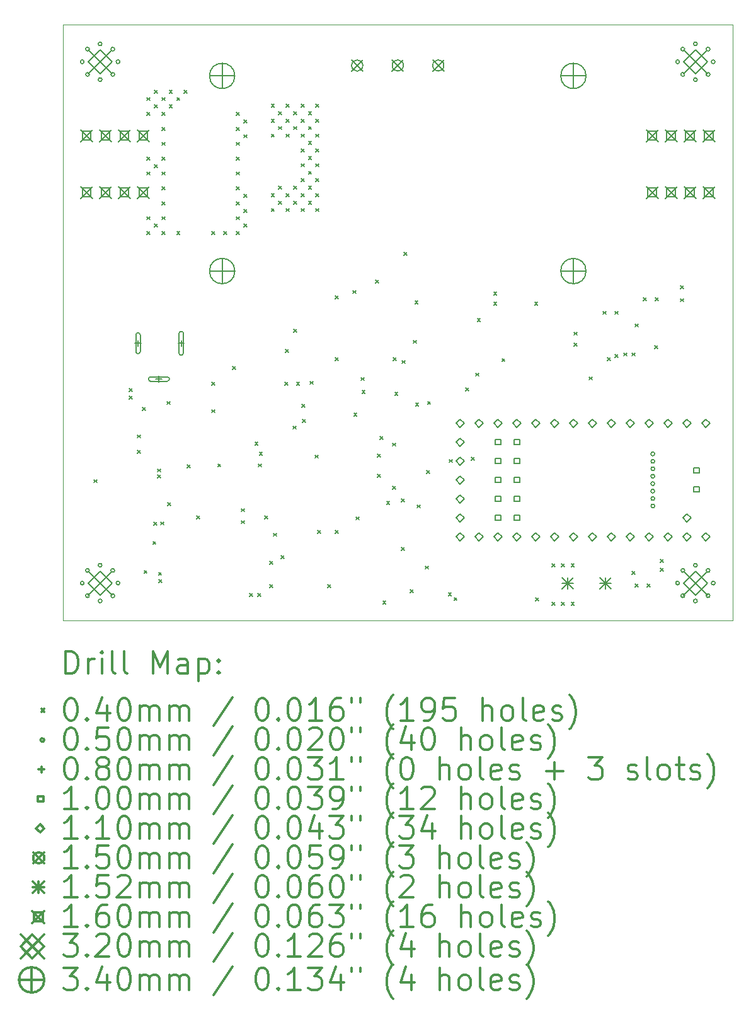
<source format=gbr>
%FSLAX45Y45*%
G04 Gerber Fmt 4.5, Leading zero omitted, Abs format (unit mm)*
G04 Created by KiCad (PCBNEW 5.1.7-a382d34a8~87~ubuntu18.04.1) date 2021-02-18 22:44:35*
%MOMM*%
%LPD*%
G01*
G04 APERTURE LIST*
%TA.AperFunction,Profile*%
%ADD10C,0.100000*%
%TD*%
%ADD11C,0.200000*%
%ADD12C,0.300000*%
G04 APERTURE END LIST*
D10*
X9000000Y-4000000D02*
X9000000Y-5000000D01*
X18000000Y-4000000D02*
X9000000Y-4000000D01*
X18000000Y-5000000D02*
X18000000Y-4000000D01*
X9000000Y-12000000D02*
X9000000Y-5000000D01*
X18000000Y-12000000D02*
X9000000Y-12000000D01*
X18000000Y-5000000D02*
X18000000Y-12000000D01*
D11*
X9420000Y-10110000D02*
X9460000Y-10150000D01*
X9460000Y-10110000D02*
X9420000Y-10150000D01*
X9890000Y-8890000D02*
X9930000Y-8930000D01*
X9930000Y-8890000D02*
X9890000Y-8930000D01*
X9890000Y-8990000D02*
X9930000Y-9030000D01*
X9930000Y-8990000D02*
X9890000Y-9030000D01*
X10000000Y-9510000D02*
X10040000Y-9550000D01*
X10040000Y-9510000D02*
X10000000Y-9550000D01*
X10000000Y-9720000D02*
X10040000Y-9760000D01*
X10040000Y-9720000D02*
X10000000Y-9760000D01*
X10070000Y-9140000D02*
X10110000Y-9180000D01*
X10110000Y-9140000D02*
X10070000Y-9180000D01*
X10090000Y-11330000D02*
X10130000Y-11370000D01*
X10130000Y-11330000D02*
X10090000Y-11370000D01*
X10130000Y-4980000D02*
X10170000Y-5020000D01*
X10170000Y-4980000D02*
X10130000Y-5020000D01*
X10130000Y-5180000D02*
X10170000Y-5220000D01*
X10170000Y-5180000D02*
X10130000Y-5220000D01*
X10130000Y-5780000D02*
X10170000Y-5820000D01*
X10170000Y-5780000D02*
X10130000Y-5820000D01*
X10130000Y-5980000D02*
X10170000Y-6020000D01*
X10170000Y-5980000D02*
X10130000Y-6020000D01*
X10130000Y-6580000D02*
X10170000Y-6620000D01*
X10170000Y-6580000D02*
X10130000Y-6620000D01*
X10130000Y-6780000D02*
X10170000Y-6820000D01*
X10170000Y-6780000D02*
X10130000Y-6820000D01*
X10210000Y-10940000D02*
X10250000Y-10980000D01*
X10250000Y-10940000D02*
X10210000Y-10980000D01*
X10220000Y-10680000D02*
X10260000Y-10720000D01*
X10260000Y-10680000D02*
X10220000Y-10720000D01*
X10230000Y-4880000D02*
X10270000Y-4920000D01*
X10270000Y-4880000D02*
X10230000Y-4920000D01*
X10230000Y-5080000D02*
X10270000Y-5120000D01*
X10270000Y-5080000D02*
X10230000Y-5120000D01*
X10230000Y-5880000D02*
X10270000Y-5920000D01*
X10270000Y-5880000D02*
X10230000Y-5920000D01*
X10230000Y-6680000D02*
X10270000Y-6720000D01*
X10270000Y-6680000D02*
X10230000Y-6720000D01*
X10270000Y-10050000D02*
X10310000Y-10090000D01*
X10310000Y-10050000D02*
X10270000Y-10090000D01*
X10272500Y-9967500D02*
X10312500Y-10007500D01*
X10312500Y-9967500D02*
X10272500Y-10007500D01*
X10285000Y-11355000D02*
X10325000Y-11395000D01*
X10325000Y-11355000D02*
X10285000Y-11395000D01*
X10290000Y-11450000D02*
X10330000Y-11490000D01*
X10330000Y-11450000D02*
X10290000Y-11490000D01*
X10312500Y-10677500D02*
X10352500Y-10717500D01*
X10352500Y-10677500D02*
X10312500Y-10717500D01*
X10330000Y-4980000D02*
X10370000Y-5020000D01*
X10370000Y-4980000D02*
X10330000Y-5020000D01*
X10330000Y-5180000D02*
X10370000Y-5220000D01*
X10370000Y-5180000D02*
X10330000Y-5220000D01*
X10330000Y-5380000D02*
X10370000Y-5420000D01*
X10370000Y-5380000D02*
X10330000Y-5420000D01*
X10330000Y-5580000D02*
X10370000Y-5620000D01*
X10370000Y-5580000D02*
X10330000Y-5620000D01*
X10330000Y-5780000D02*
X10370000Y-5820000D01*
X10370000Y-5780000D02*
X10330000Y-5820000D01*
X10330000Y-5980000D02*
X10370000Y-6020000D01*
X10370000Y-5980000D02*
X10330000Y-6020000D01*
X10330000Y-6180000D02*
X10370000Y-6220000D01*
X10370000Y-6180000D02*
X10330000Y-6220000D01*
X10330000Y-6380000D02*
X10370000Y-6420000D01*
X10370000Y-6380000D02*
X10330000Y-6420000D01*
X10330000Y-6580000D02*
X10370000Y-6620000D01*
X10370000Y-6580000D02*
X10330000Y-6620000D01*
X10330000Y-6780000D02*
X10370000Y-6820000D01*
X10370000Y-6780000D02*
X10330000Y-6820000D01*
X10400000Y-9060000D02*
X10440000Y-9100000D01*
X10440000Y-9060000D02*
X10400000Y-9100000D01*
X10410000Y-10420000D02*
X10450000Y-10460000D01*
X10450000Y-10420000D02*
X10410000Y-10460000D01*
X10430000Y-4880000D02*
X10470000Y-4920000D01*
X10470000Y-4880000D02*
X10430000Y-4920000D01*
X10430000Y-5080000D02*
X10470000Y-5120000D01*
X10470000Y-5080000D02*
X10430000Y-5120000D01*
X10530000Y-4980000D02*
X10570000Y-5020000D01*
X10570000Y-4980000D02*
X10530000Y-5020000D01*
X10530000Y-6780000D02*
X10570000Y-6820000D01*
X10570000Y-6780000D02*
X10530000Y-6820000D01*
X10630000Y-4880000D02*
X10670000Y-4920000D01*
X10670000Y-4880000D02*
X10630000Y-4920000D01*
X10670000Y-9910000D02*
X10710000Y-9950000D01*
X10710000Y-9910000D02*
X10670000Y-9950000D01*
X10800000Y-10600000D02*
X10840000Y-10640000D01*
X10840000Y-10600000D02*
X10800000Y-10640000D01*
X11000000Y-6780000D02*
X11040000Y-6820000D01*
X11040000Y-6780000D02*
X11000000Y-6820000D01*
X11000000Y-8800000D02*
X11040000Y-8840000D01*
X11040000Y-8800000D02*
X11000000Y-8840000D01*
X11000000Y-9170000D02*
X11040000Y-9210000D01*
X11040000Y-9170000D02*
X11000000Y-9210000D01*
X11080000Y-9900000D02*
X11120000Y-9940000D01*
X11120000Y-9900000D02*
X11080000Y-9940000D01*
X11160000Y-6780000D02*
X11200000Y-6820000D01*
X11200000Y-6780000D02*
X11160000Y-6820000D01*
X11280000Y-8590000D02*
X11320000Y-8630000D01*
X11320000Y-8590000D02*
X11280000Y-8630000D01*
X11330000Y-5180000D02*
X11370000Y-5220000D01*
X11370000Y-5180000D02*
X11330000Y-5220000D01*
X11330000Y-5380000D02*
X11370000Y-5420000D01*
X11370000Y-5380000D02*
X11330000Y-5420000D01*
X11330000Y-5580000D02*
X11370000Y-5620000D01*
X11370000Y-5580000D02*
X11330000Y-5620000D01*
X11330000Y-5780000D02*
X11370000Y-5820000D01*
X11370000Y-5780000D02*
X11330000Y-5820000D01*
X11330000Y-5980000D02*
X11370000Y-6020000D01*
X11370000Y-5980000D02*
X11330000Y-6020000D01*
X11330000Y-6180000D02*
X11370000Y-6220000D01*
X11370000Y-6180000D02*
X11330000Y-6220000D01*
X11330000Y-6380000D02*
X11370000Y-6420000D01*
X11370000Y-6380000D02*
X11330000Y-6420000D01*
X11330000Y-6580000D02*
X11370000Y-6620000D01*
X11370000Y-6580000D02*
X11330000Y-6620000D01*
X11330000Y-6780000D02*
X11370000Y-6820000D01*
X11370000Y-6780000D02*
X11330000Y-6820000D01*
X11400000Y-10500000D02*
X11440000Y-10540000D01*
X11440000Y-10500000D02*
X11400000Y-10540000D01*
X11400000Y-10660000D02*
X11440000Y-10700000D01*
X11440000Y-10660000D02*
X11400000Y-10700000D01*
X11430000Y-5280000D02*
X11470000Y-5320000D01*
X11470000Y-5280000D02*
X11430000Y-5320000D01*
X11430000Y-5480000D02*
X11470000Y-5520000D01*
X11470000Y-5480000D02*
X11430000Y-5520000D01*
X11430000Y-6280000D02*
X11470000Y-6320000D01*
X11470000Y-6280000D02*
X11430000Y-6320000D01*
X11430000Y-6480000D02*
X11470000Y-6520000D01*
X11470000Y-6480000D02*
X11430000Y-6520000D01*
X11430000Y-6680000D02*
X11470000Y-6720000D01*
X11470000Y-6680000D02*
X11430000Y-6720000D01*
X11510000Y-11640000D02*
X11550000Y-11680000D01*
X11550000Y-11640000D02*
X11510000Y-11680000D01*
X11580000Y-9610000D02*
X11620000Y-9650000D01*
X11620000Y-9610000D02*
X11580000Y-9650000D01*
X11620000Y-11640000D02*
X11660000Y-11680000D01*
X11660000Y-11640000D02*
X11620000Y-11680000D01*
X11630000Y-9900000D02*
X11670000Y-9940000D01*
X11670000Y-9900000D02*
X11630000Y-9940000D01*
X11640000Y-9740000D02*
X11680000Y-9780000D01*
X11680000Y-9740000D02*
X11640000Y-9780000D01*
X11710000Y-10600000D02*
X11750000Y-10640000D01*
X11750000Y-10600000D02*
X11710000Y-10640000D01*
X11780000Y-11210000D02*
X11820000Y-11250000D01*
X11820000Y-11210000D02*
X11780000Y-11250000D01*
X11780000Y-11520000D02*
X11820000Y-11560000D01*
X11820000Y-11520000D02*
X11780000Y-11560000D01*
X11800000Y-5070000D02*
X11840000Y-5110000D01*
X11840000Y-5070000D02*
X11800000Y-5110000D01*
X11800000Y-5270000D02*
X11840000Y-5310000D01*
X11840000Y-5270000D02*
X11800000Y-5310000D01*
X11800000Y-5470000D02*
X11840000Y-5510000D01*
X11840000Y-5470000D02*
X11800000Y-5510000D01*
X11800000Y-6270000D02*
X11840000Y-6310000D01*
X11840000Y-6270000D02*
X11800000Y-6310000D01*
X11800000Y-6470000D02*
X11840000Y-6510000D01*
X11840000Y-6470000D02*
X11800000Y-6510000D01*
X11830000Y-10830000D02*
X11870000Y-10870000D01*
X11870000Y-10830000D02*
X11830000Y-10870000D01*
X11900000Y-5170000D02*
X11940000Y-5210000D01*
X11940000Y-5170000D02*
X11900000Y-5210000D01*
X11900000Y-5370000D02*
X11940000Y-5410000D01*
X11940000Y-5370000D02*
X11900000Y-5410000D01*
X11900000Y-6170000D02*
X11940000Y-6210000D01*
X11940000Y-6170000D02*
X11900000Y-6210000D01*
X11900000Y-6370000D02*
X11940000Y-6410000D01*
X11940000Y-6370000D02*
X11900000Y-6410000D01*
X11930000Y-11130000D02*
X11970000Y-11170000D01*
X11970000Y-11130000D02*
X11930000Y-11170000D01*
X11980000Y-8800000D02*
X12020000Y-8840000D01*
X12020000Y-8800000D02*
X11980000Y-8840000D01*
X11990000Y-8360000D02*
X12030000Y-8400000D01*
X12030000Y-8360000D02*
X11990000Y-8400000D01*
X12000000Y-5070000D02*
X12040000Y-5110000D01*
X12040000Y-5070000D02*
X12000000Y-5110000D01*
X12000000Y-5270000D02*
X12040000Y-5310000D01*
X12040000Y-5270000D02*
X12000000Y-5310000D01*
X12000000Y-5470000D02*
X12040000Y-5510000D01*
X12040000Y-5470000D02*
X12000000Y-5510000D01*
X12000000Y-6270000D02*
X12040000Y-6310000D01*
X12040000Y-6270000D02*
X12000000Y-6310000D01*
X12000000Y-6470000D02*
X12040000Y-6510000D01*
X12040000Y-6470000D02*
X12000000Y-6510000D01*
X12090000Y-9390000D02*
X12130000Y-9430000D01*
X12130000Y-9390000D02*
X12090000Y-9430000D01*
X12100000Y-5170000D02*
X12140000Y-5210000D01*
X12140000Y-5170000D02*
X12100000Y-5210000D01*
X12100000Y-5370000D02*
X12140000Y-5410000D01*
X12140000Y-5370000D02*
X12100000Y-5410000D01*
X12100000Y-6170000D02*
X12140000Y-6210000D01*
X12140000Y-6170000D02*
X12100000Y-6210000D01*
X12100000Y-6370000D02*
X12140000Y-6410000D01*
X12140000Y-6370000D02*
X12100000Y-6410000D01*
X12100000Y-8090000D02*
X12140000Y-8130000D01*
X12140000Y-8090000D02*
X12100000Y-8130000D01*
X12140000Y-8800000D02*
X12180000Y-8840000D01*
X12180000Y-8800000D02*
X12140000Y-8840000D01*
X12200000Y-5070000D02*
X12240000Y-5110000D01*
X12240000Y-5070000D02*
X12200000Y-5110000D01*
X12200000Y-5270000D02*
X12240000Y-5310000D01*
X12240000Y-5270000D02*
X12200000Y-5310000D01*
X12200000Y-5470000D02*
X12240000Y-5510000D01*
X12240000Y-5470000D02*
X12200000Y-5510000D01*
X12200000Y-5670000D02*
X12240000Y-5710000D01*
X12240000Y-5670000D02*
X12200000Y-5710000D01*
X12200000Y-5870000D02*
X12240000Y-5910000D01*
X12240000Y-5870000D02*
X12200000Y-5910000D01*
X12200000Y-6070000D02*
X12240000Y-6110000D01*
X12240000Y-6070000D02*
X12200000Y-6110000D01*
X12200000Y-6270000D02*
X12240000Y-6310000D01*
X12240000Y-6270000D02*
X12200000Y-6310000D01*
X12200000Y-6470000D02*
X12240000Y-6510000D01*
X12240000Y-6470000D02*
X12200000Y-6510000D01*
X12210000Y-9100000D02*
X12250000Y-9140000D01*
X12250000Y-9100000D02*
X12210000Y-9140000D01*
X12220000Y-9300000D02*
X12260000Y-9340000D01*
X12260000Y-9300000D02*
X12220000Y-9340000D01*
X12300000Y-5170000D02*
X12340000Y-5210000D01*
X12340000Y-5170000D02*
X12300000Y-5210000D01*
X12300000Y-5370000D02*
X12340000Y-5410000D01*
X12340000Y-5370000D02*
X12300000Y-5410000D01*
X12300000Y-5570000D02*
X12340000Y-5610000D01*
X12340000Y-5570000D02*
X12300000Y-5610000D01*
X12300000Y-5770000D02*
X12340000Y-5810000D01*
X12340000Y-5770000D02*
X12300000Y-5810000D01*
X12300000Y-5970000D02*
X12340000Y-6010000D01*
X12340000Y-5970000D02*
X12300000Y-6010000D01*
X12300000Y-6170000D02*
X12340000Y-6210000D01*
X12340000Y-6170000D02*
X12300000Y-6210000D01*
X12300000Y-6370000D02*
X12340000Y-6410000D01*
X12340000Y-6370000D02*
X12300000Y-6410000D01*
X12320000Y-8790000D02*
X12360000Y-8830000D01*
X12360000Y-8790000D02*
X12320000Y-8830000D01*
X12390000Y-9780000D02*
X12430000Y-9820000D01*
X12430000Y-9780000D02*
X12390000Y-9820000D01*
X12400000Y-5070000D02*
X12440000Y-5110000D01*
X12440000Y-5070000D02*
X12400000Y-5110000D01*
X12400000Y-5270000D02*
X12440000Y-5310000D01*
X12440000Y-5270000D02*
X12400000Y-5310000D01*
X12400000Y-5470000D02*
X12440000Y-5510000D01*
X12440000Y-5470000D02*
X12400000Y-5510000D01*
X12400000Y-5670000D02*
X12440000Y-5710000D01*
X12440000Y-5670000D02*
X12400000Y-5710000D01*
X12400000Y-5870000D02*
X12440000Y-5910000D01*
X12440000Y-5870000D02*
X12400000Y-5910000D01*
X12400000Y-6070000D02*
X12440000Y-6110000D01*
X12440000Y-6070000D02*
X12400000Y-6110000D01*
X12400000Y-6270000D02*
X12440000Y-6310000D01*
X12440000Y-6270000D02*
X12400000Y-6310000D01*
X12400000Y-6470000D02*
X12440000Y-6510000D01*
X12440000Y-6470000D02*
X12400000Y-6510000D01*
X12420000Y-10790000D02*
X12460000Y-10830000D01*
X12460000Y-10790000D02*
X12420000Y-10830000D01*
X12560000Y-11520000D02*
X12600000Y-11560000D01*
X12600000Y-11520000D02*
X12560000Y-11560000D01*
X12660000Y-7640000D02*
X12700000Y-7680000D01*
X12700000Y-7640000D02*
X12660000Y-7680000D01*
X12660000Y-8470000D02*
X12700000Y-8510000D01*
X12700000Y-8470000D02*
X12660000Y-8510000D01*
X12660000Y-10790000D02*
X12700000Y-10830000D01*
X12700000Y-10790000D02*
X12660000Y-10830000D01*
X12900000Y-7570000D02*
X12940000Y-7610000D01*
X12940000Y-7570000D02*
X12900000Y-7610000D01*
X12910000Y-9220000D02*
X12950000Y-9260000D01*
X12950000Y-9220000D02*
X12910000Y-9260000D01*
X12940000Y-10610000D02*
X12980000Y-10650000D01*
X12980000Y-10610000D02*
X12940000Y-10650000D01*
X13010000Y-8740000D02*
X13050000Y-8780000D01*
X13050000Y-8740000D02*
X13010000Y-8780000D01*
X13020000Y-8910000D02*
X13060000Y-8950000D01*
X13060000Y-8910000D02*
X13020000Y-8950000D01*
X13200000Y-7430000D02*
X13240000Y-7470000D01*
X13240000Y-7430000D02*
X13200000Y-7470000D01*
X13230000Y-9770000D02*
X13270000Y-9810000D01*
X13270000Y-9770000D02*
X13230000Y-9810000D01*
X13230000Y-10040000D02*
X13270000Y-10080000D01*
X13270000Y-10040000D02*
X13230000Y-10080000D01*
X13260000Y-9530000D02*
X13300000Y-9570000D01*
X13300000Y-9530000D02*
X13260000Y-9570000D01*
X13300000Y-11740000D02*
X13340000Y-11780000D01*
X13340000Y-11740000D02*
X13300000Y-11780000D01*
X13350000Y-10400000D02*
X13390000Y-10440000D01*
X13390000Y-10400000D02*
X13350000Y-10440000D01*
X13430000Y-9620000D02*
X13470000Y-9660000D01*
X13470000Y-9620000D02*
X13430000Y-9660000D01*
X13430000Y-10200000D02*
X13470000Y-10240000D01*
X13470000Y-10200000D02*
X13430000Y-10240000D01*
X13440000Y-8470000D02*
X13480000Y-8510000D01*
X13480000Y-8470000D02*
X13440000Y-8510000D01*
X13460000Y-8940000D02*
X13500000Y-8980000D01*
X13500000Y-8940000D02*
X13460000Y-8980000D01*
X13550000Y-10370000D02*
X13590000Y-10410000D01*
X13590000Y-10370000D02*
X13550000Y-10410000D01*
X13550000Y-11020000D02*
X13590000Y-11060000D01*
X13590000Y-11020000D02*
X13550000Y-11060000D01*
X13560000Y-8510000D02*
X13600000Y-8550000D01*
X13600000Y-8510000D02*
X13560000Y-8550000D01*
X13580000Y-7060000D02*
X13620000Y-7100000D01*
X13620000Y-7060000D02*
X13580000Y-7100000D01*
X13670000Y-11590000D02*
X13710000Y-11630000D01*
X13710000Y-11590000D02*
X13670000Y-11630000D01*
X13710000Y-8240000D02*
X13750000Y-8280000D01*
X13750000Y-8240000D02*
X13710000Y-8280000D01*
X13730000Y-7710000D02*
X13770000Y-7750000D01*
X13770000Y-7710000D02*
X13730000Y-7750000D01*
X13740000Y-9080000D02*
X13780000Y-9120000D01*
X13780000Y-9080000D02*
X13740000Y-9120000D01*
X13760000Y-10450000D02*
X13800000Y-10490000D01*
X13800000Y-10450000D02*
X13760000Y-10490000D01*
X13870000Y-11270000D02*
X13910000Y-11310000D01*
X13910000Y-11270000D02*
X13870000Y-11310000D01*
X13890000Y-9990000D02*
X13930000Y-10030000D01*
X13930000Y-9990000D02*
X13890000Y-10030000D01*
X13900000Y-9060000D02*
X13940000Y-9100000D01*
X13940000Y-9060000D02*
X13900000Y-9100000D01*
X14179999Y-11630000D02*
X14219999Y-11670000D01*
X14219999Y-11630000D02*
X14179999Y-11670000D01*
X14190000Y-9840000D02*
X14230000Y-9880000D01*
X14230000Y-9840000D02*
X14190000Y-9880000D01*
X14255927Y-11695080D02*
X14295927Y-11735080D01*
X14295927Y-11695080D02*
X14255927Y-11735080D01*
X14410000Y-8880000D02*
X14450000Y-8920000D01*
X14450000Y-8880000D02*
X14410000Y-8920000D01*
X14490000Y-9810000D02*
X14530000Y-9850000D01*
X14530000Y-9810000D02*
X14490000Y-9850000D01*
X14550000Y-8680000D02*
X14590000Y-8720000D01*
X14590000Y-8680000D02*
X14550000Y-8720000D01*
X14570000Y-7950000D02*
X14610000Y-7990000D01*
X14610000Y-7950000D02*
X14570000Y-7990000D01*
X14790000Y-7590000D02*
X14830000Y-7630000D01*
X14830000Y-7590000D02*
X14790000Y-7630000D01*
X14790000Y-7730000D02*
X14830000Y-7770000D01*
X14830000Y-7730000D02*
X14790000Y-7770000D01*
X14900000Y-8485000D02*
X14940000Y-8525000D01*
X14940000Y-8485000D02*
X14900000Y-8525000D01*
X15340000Y-7730000D02*
X15380000Y-7770000D01*
X15380000Y-7730000D02*
X15340000Y-7770000D01*
X15350000Y-11700000D02*
X15390000Y-11740000D01*
X15390000Y-11700000D02*
X15350000Y-11740000D01*
X15570000Y-11240000D02*
X15610000Y-11280000D01*
X15610000Y-11240000D02*
X15570000Y-11280000D01*
X15570000Y-11760000D02*
X15610000Y-11800000D01*
X15610000Y-11760000D02*
X15570000Y-11800000D01*
X15700000Y-11240000D02*
X15740000Y-11280000D01*
X15740000Y-11240000D02*
X15700000Y-11280000D01*
X15700000Y-11760000D02*
X15740000Y-11800000D01*
X15740000Y-11760000D02*
X15700000Y-11800000D01*
X15830000Y-11240000D02*
X15870000Y-11280000D01*
X15870000Y-11240000D02*
X15830000Y-11280000D01*
X15830000Y-11760000D02*
X15870000Y-11800000D01*
X15870000Y-11760000D02*
X15830000Y-11800000D01*
X15870000Y-8130000D02*
X15910000Y-8170000D01*
X15910000Y-8130000D02*
X15870000Y-8170000D01*
X15870000Y-8280000D02*
X15910000Y-8320000D01*
X15910000Y-8280000D02*
X15870000Y-8320000D01*
X16070000Y-8730000D02*
X16110000Y-8770000D01*
X16110000Y-8730000D02*
X16070000Y-8770000D01*
X16260000Y-7850000D02*
X16300000Y-7890000D01*
X16300000Y-7850000D02*
X16260000Y-7890000D01*
X16320000Y-8470000D02*
X16360000Y-8510000D01*
X16360000Y-8470000D02*
X16320000Y-8510000D01*
X16420000Y-7850000D02*
X16460000Y-7890000D01*
X16460000Y-7850000D02*
X16420000Y-7890000D01*
X16420000Y-8430000D02*
X16460000Y-8470000D01*
X16460000Y-8430000D02*
X16420000Y-8470000D01*
X16540000Y-8410000D02*
X16580000Y-8450000D01*
X16580000Y-8410000D02*
X16540000Y-8450000D01*
X16650000Y-8410000D02*
X16690000Y-8450000D01*
X16690000Y-8410000D02*
X16650000Y-8450000D01*
X16650000Y-11340000D02*
X16690000Y-11380000D01*
X16690000Y-11340000D02*
X16650000Y-11380000D01*
X16690000Y-11510000D02*
X16730000Y-11550000D01*
X16730000Y-11510000D02*
X16690000Y-11550000D01*
X16692500Y-8020000D02*
X16732500Y-8060000D01*
X16732500Y-8020000D02*
X16692500Y-8060000D01*
X16800000Y-7670000D02*
X16840000Y-7710000D01*
X16840000Y-7670000D02*
X16800000Y-7710000D01*
X16850000Y-11510000D02*
X16890000Y-11550000D01*
X16890000Y-11510000D02*
X16850000Y-11550000D01*
X16950000Y-8310000D02*
X16990000Y-8350000D01*
X16990000Y-8310000D02*
X16950000Y-8350000D01*
X16960000Y-7670000D02*
X17000000Y-7710000D01*
X17000000Y-7670000D02*
X16960000Y-7710000D01*
X17030000Y-11179999D02*
X17070000Y-11219999D01*
X17070000Y-11179999D02*
X17030000Y-11219999D01*
X17030000Y-11300000D02*
X17070000Y-11340000D01*
X17070000Y-11300000D02*
X17030000Y-11340000D01*
X17300000Y-7510000D02*
X17340000Y-7550000D01*
X17340000Y-7510000D02*
X17300000Y-7550000D01*
X17300000Y-7680000D02*
X17340000Y-7720000D01*
X17340000Y-7680000D02*
X17300000Y-7720000D01*
X9285000Y-11500000D02*
G75*
G03*
X9285000Y-11500000I-25000J0D01*
G01*
X9355294Y-11330294D02*
G75*
G03*
X9355294Y-11330294I-25000J0D01*
G01*
X9355294Y-11669706D02*
G75*
G03*
X9355294Y-11669706I-25000J0D01*
G01*
X9525000Y-11260000D02*
G75*
G03*
X9525000Y-11260000I-25000J0D01*
G01*
X9525000Y-11740000D02*
G75*
G03*
X9525000Y-11740000I-25000J0D01*
G01*
X9694706Y-11330294D02*
G75*
G03*
X9694706Y-11330294I-25000J0D01*
G01*
X9694706Y-11669706D02*
G75*
G03*
X9694706Y-11669706I-25000J0D01*
G01*
X9765000Y-11500000D02*
G75*
G03*
X9765000Y-11500000I-25000J0D01*
G01*
X17285000Y-4500000D02*
G75*
G03*
X17285000Y-4500000I-25000J0D01*
G01*
X17355294Y-4330294D02*
G75*
G03*
X17355294Y-4330294I-25000J0D01*
G01*
X17355294Y-4669706D02*
G75*
G03*
X17355294Y-4669706I-25000J0D01*
G01*
X17525000Y-4260000D02*
G75*
G03*
X17525000Y-4260000I-25000J0D01*
G01*
X17525000Y-4740000D02*
G75*
G03*
X17525000Y-4740000I-25000J0D01*
G01*
X17694706Y-4330294D02*
G75*
G03*
X17694706Y-4330294I-25000J0D01*
G01*
X17694706Y-4669706D02*
G75*
G03*
X17694706Y-4669706I-25000J0D01*
G01*
X17765000Y-4500000D02*
G75*
G03*
X17765000Y-4500000I-25000J0D01*
G01*
X17285000Y-11500000D02*
G75*
G03*
X17285000Y-11500000I-25000J0D01*
G01*
X17355294Y-11330294D02*
G75*
G03*
X17355294Y-11330294I-25000J0D01*
G01*
X17355294Y-11669706D02*
G75*
G03*
X17355294Y-11669706I-25000J0D01*
G01*
X17525000Y-11260000D02*
G75*
G03*
X17525000Y-11260000I-25000J0D01*
G01*
X17525000Y-11740000D02*
G75*
G03*
X17525000Y-11740000I-25000J0D01*
G01*
X17694706Y-11330294D02*
G75*
G03*
X17694706Y-11330294I-25000J0D01*
G01*
X17694706Y-11669706D02*
G75*
G03*
X17694706Y-11669706I-25000J0D01*
G01*
X17765000Y-11500000D02*
G75*
G03*
X17765000Y-11500000I-25000J0D01*
G01*
X16952160Y-9765000D02*
G75*
G03*
X16952160Y-9765000I-25000J0D01*
G01*
X16952160Y-9865000D02*
G75*
G03*
X16952160Y-9865000I-25000J0D01*
G01*
X16952160Y-9965000D02*
G75*
G03*
X16952160Y-9965000I-25000J0D01*
G01*
X16952160Y-10065000D02*
G75*
G03*
X16952160Y-10065000I-25000J0D01*
G01*
X16952160Y-10165000D02*
G75*
G03*
X16952160Y-10165000I-25000J0D01*
G01*
X16952160Y-10265000D02*
G75*
G03*
X16952160Y-10265000I-25000J0D01*
G01*
X16952160Y-10365000D02*
G75*
G03*
X16952160Y-10365000I-25000J0D01*
G01*
X16952160Y-10465000D02*
G75*
G03*
X16952160Y-10465000I-25000J0D01*
G01*
X9285000Y-4500000D02*
G75*
G03*
X9285000Y-4500000I-25000J0D01*
G01*
X9355294Y-4330294D02*
G75*
G03*
X9355294Y-4330294I-25000J0D01*
G01*
X9355294Y-4669706D02*
G75*
G03*
X9355294Y-4669706I-25000J0D01*
G01*
X9525000Y-4260000D02*
G75*
G03*
X9525000Y-4260000I-25000J0D01*
G01*
X9525000Y-4740000D02*
G75*
G03*
X9525000Y-4740000I-25000J0D01*
G01*
X9694706Y-4330294D02*
G75*
G03*
X9694706Y-4330294I-25000J0D01*
G01*
X9694706Y-4669706D02*
G75*
G03*
X9694706Y-4669706I-25000J0D01*
G01*
X9765000Y-4500000D02*
G75*
G03*
X9765000Y-4500000I-25000J0D01*
G01*
X10010000Y-8240000D02*
X10010000Y-8320000D01*
X9970000Y-8280000D02*
X10050000Y-8280000D01*
X9980000Y-8170000D02*
X9980000Y-8390000D01*
X10040000Y-8170000D02*
X10040000Y-8390000D01*
X9980000Y-8390000D02*
G75*
G03*
X10040000Y-8390000I30000J0D01*
G01*
X10040000Y-8170000D02*
G75*
G03*
X9980000Y-8170000I-30000J0D01*
G01*
X10290000Y-8720000D02*
X10290000Y-8800000D01*
X10250000Y-8760000D02*
X10330000Y-8760000D01*
X10180000Y-8790000D02*
X10400000Y-8790000D01*
X10180000Y-8730000D02*
X10400000Y-8730000D01*
X10400000Y-8790000D02*
G75*
G03*
X10400000Y-8730000I0J30000D01*
G01*
X10180000Y-8730000D02*
G75*
G03*
X10180000Y-8790000I0J-30000D01*
G01*
X10590000Y-8240000D02*
X10590000Y-8320000D01*
X10550000Y-8280000D02*
X10630000Y-8280000D01*
X10560000Y-8150000D02*
X10560000Y-8410000D01*
X10620000Y-8150000D02*
X10620000Y-8410000D01*
X10560000Y-8410000D02*
G75*
G03*
X10620000Y-8410000I30000J0D01*
G01*
X10620000Y-8150000D02*
G75*
G03*
X10560000Y-8150000I-30000J0D01*
G01*
X14882356Y-9642356D02*
X14882356Y-9571644D01*
X14811644Y-9571644D01*
X14811644Y-9642356D01*
X14882356Y-9642356D01*
X14882356Y-9896356D02*
X14882356Y-9825644D01*
X14811644Y-9825644D01*
X14811644Y-9896356D01*
X14882356Y-9896356D01*
X14882356Y-10150356D02*
X14882356Y-10079644D01*
X14811644Y-10079644D01*
X14811644Y-10150356D01*
X14882356Y-10150356D01*
X14882356Y-10404356D02*
X14882356Y-10333644D01*
X14811644Y-10333644D01*
X14811644Y-10404356D01*
X14882356Y-10404356D01*
X14882356Y-10658356D02*
X14882356Y-10587644D01*
X14811644Y-10587644D01*
X14811644Y-10658356D01*
X14882356Y-10658356D01*
X15136356Y-9642356D02*
X15136356Y-9571644D01*
X15065644Y-9571644D01*
X15065644Y-9642356D01*
X15136356Y-9642356D01*
X15136356Y-9896356D02*
X15136356Y-9825644D01*
X15065644Y-9825644D01*
X15065644Y-9896356D01*
X15136356Y-9896356D01*
X15136356Y-10150356D02*
X15136356Y-10079644D01*
X15065644Y-10079644D01*
X15065644Y-10150356D01*
X15136356Y-10150356D01*
X15136356Y-10404356D02*
X15136356Y-10333644D01*
X15065644Y-10333644D01*
X15065644Y-10404356D01*
X15136356Y-10404356D01*
X15136356Y-10658356D02*
X15136356Y-10587644D01*
X15065644Y-10587644D01*
X15065644Y-10658356D01*
X15136356Y-10658356D01*
X17549356Y-10023356D02*
X17549356Y-9952644D01*
X17478644Y-9952644D01*
X17478644Y-10023356D01*
X17549356Y-10023356D01*
X17549356Y-10277356D02*
X17549356Y-10206644D01*
X17478644Y-10206644D01*
X17478644Y-10277356D01*
X17549356Y-10277356D01*
X14339000Y-9408000D02*
X14394000Y-9353000D01*
X14339000Y-9298000D01*
X14284000Y-9353000D01*
X14339000Y-9408000D01*
X14339000Y-9662000D02*
X14394000Y-9607000D01*
X14339000Y-9552000D01*
X14284000Y-9607000D01*
X14339000Y-9662000D01*
X14339000Y-9916000D02*
X14394000Y-9861000D01*
X14339000Y-9806000D01*
X14284000Y-9861000D01*
X14339000Y-9916000D01*
X14339000Y-10170000D02*
X14394000Y-10115000D01*
X14339000Y-10060000D01*
X14284000Y-10115000D01*
X14339000Y-10170000D01*
X14339000Y-10424000D02*
X14394000Y-10369000D01*
X14339000Y-10314000D01*
X14284000Y-10369000D01*
X14339000Y-10424000D01*
X14339000Y-10678000D02*
X14394000Y-10623000D01*
X14339000Y-10568000D01*
X14284000Y-10623000D01*
X14339000Y-10678000D01*
X14339000Y-10932000D02*
X14394000Y-10877000D01*
X14339000Y-10822000D01*
X14284000Y-10877000D01*
X14339000Y-10932000D01*
X14593000Y-9408000D02*
X14648000Y-9353000D01*
X14593000Y-9298000D01*
X14538000Y-9353000D01*
X14593000Y-9408000D01*
X14593000Y-10932000D02*
X14648000Y-10877000D01*
X14593000Y-10822000D01*
X14538000Y-10877000D01*
X14593000Y-10932000D01*
X14847000Y-9408000D02*
X14902000Y-9353000D01*
X14847000Y-9298000D01*
X14792000Y-9353000D01*
X14847000Y-9408000D01*
X14847000Y-10932000D02*
X14902000Y-10877000D01*
X14847000Y-10822000D01*
X14792000Y-10877000D01*
X14847000Y-10932000D01*
X15101000Y-9408000D02*
X15156000Y-9353000D01*
X15101000Y-9298000D01*
X15046000Y-9353000D01*
X15101000Y-9408000D01*
X15101000Y-10932000D02*
X15156000Y-10877000D01*
X15101000Y-10822000D01*
X15046000Y-10877000D01*
X15101000Y-10932000D01*
X15355000Y-9408000D02*
X15410000Y-9353000D01*
X15355000Y-9298000D01*
X15300000Y-9353000D01*
X15355000Y-9408000D01*
X15355000Y-10932000D02*
X15410000Y-10877000D01*
X15355000Y-10822000D01*
X15300000Y-10877000D01*
X15355000Y-10932000D01*
X15609000Y-9408000D02*
X15664000Y-9353000D01*
X15609000Y-9298000D01*
X15554000Y-9353000D01*
X15609000Y-9408000D01*
X15609000Y-10932000D02*
X15664000Y-10877000D01*
X15609000Y-10822000D01*
X15554000Y-10877000D01*
X15609000Y-10932000D01*
X15863000Y-9408000D02*
X15918000Y-9353000D01*
X15863000Y-9298000D01*
X15808000Y-9353000D01*
X15863000Y-9408000D01*
X15863000Y-10932000D02*
X15918000Y-10877000D01*
X15863000Y-10822000D01*
X15808000Y-10877000D01*
X15863000Y-10932000D01*
X16117000Y-9408000D02*
X16172000Y-9353000D01*
X16117000Y-9298000D01*
X16062000Y-9353000D01*
X16117000Y-9408000D01*
X16117000Y-10932000D02*
X16172000Y-10877000D01*
X16117000Y-10822000D01*
X16062000Y-10877000D01*
X16117000Y-10932000D01*
X16371000Y-9408000D02*
X16426000Y-9353000D01*
X16371000Y-9298000D01*
X16316000Y-9353000D01*
X16371000Y-9408000D01*
X16371000Y-10932000D02*
X16426000Y-10877000D01*
X16371000Y-10822000D01*
X16316000Y-10877000D01*
X16371000Y-10932000D01*
X16625000Y-9408000D02*
X16680000Y-9353000D01*
X16625000Y-9298000D01*
X16570000Y-9353000D01*
X16625000Y-9408000D01*
X16625000Y-10932000D02*
X16680000Y-10877000D01*
X16625000Y-10822000D01*
X16570000Y-10877000D01*
X16625000Y-10932000D01*
X16879000Y-9408000D02*
X16934000Y-9353000D01*
X16879000Y-9298000D01*
X16824000Y-9353000D01*
X16879000Y-9408000D01*
X16879000Y-10932000D02*
X16934000Y-10877000D01*
X16879000Y-10822000D01*
X16824000Y-10877000D01*
X16879000Y-10932000D01*
X17133000Y-9408000D02*
X17188000Y-9353000D01*
X17133000Y-9298000D01*
X17078000Y-9353000D01*
X17133000Y-9408000D01*
X17133000Y-10932000D02*
X17188000Y-10877000D01*
X17133000Y-10822000D01*
X17078000Y-10877000D01*
X17133000Y-10932000D01*
X17387000Y-9408000D02*
X17442000Y-9353000D01*
X17387000Y-9298000D01*
X17332000Y-9353000D01*
X17387000Y-9408000D01*
X17387000Y-10678000D02*
X17442000Y-10623000D01*
X17387000Y-10568000D01*
X17332000Y-10623000D01*
X17387000Y-10678000D01*
X17387000Y-10932000D02*
X17442000Y-10877000D01*
X17387000Y-10822000D01*
X17332000Y-10877000D01*
X17387000Y-10932000D01*
X17641000Y-9408000D02*
X17696000Y-9353000D01*
X17641000Y-9298000D01*
X17586000Y-9353000D01*
X17641000Y-9408000D01*
X17641000Y-10932000D02*
X17696000Y-10877000D01*
X17641000Y-10822000D01*
X17586000Y-10877000D01*
X17641000Y-10932000D01*
X12880000Y-4475000D02*
X13030000Y-4625000D01*
X13030000Y-4475000D02*
X12880000Y-4625000D01*
X13030000Y-4550000D02*
G75*
G03*
X13030000Y-4550000I-75000J0D01*
G01*
X13425000Y-4475000D02*
X13575000Y-4625000D01*
X13575000Y-4475000D02*
X13425000Y-4625000D01*
X13575000Y-4550000D02*
G75*
G03*
X13575000Y-4550000I-75000J0D01*
G01*
X13970000Y-4475000D02*
X14120000Y-4625000D01*
X14120000Y-4475000D02*
X13970000Y-4625000D01*
X14120000Y-4550000D02*
G75*
G03*
X14120000Y-4550000I-75000J0D01*
G01*
X15709000Y-11424000D02*
X15861000Y-11576000D01*
X15861000Y-11424000D02*
X15709000Y-11576000D01*
X15785000Y-11424000D02*
X15785000Y-11576000D01*
X15709000Y-11500000D02*
X15861000Y-11500000D01*
X16217000Y-11424000D02*
X16369000Y-11576000D01*
X16369000Y-11424000D02*
X16217000Y-11576000D01*
X16293000Y-11424000D02*
X16293000Y-11576000D01*
X16217000Y-11500000D02*
X16369000Y-11500000D01*
X16839000Y-5412000D02*
X16999000Y-5572000D01*
X16999000Y-5412000D02*
X16839000Y-5572000D01*
X16975569Y-5548569D02*
X16975569Y-5435431D01*
X16862431Y-5435431D01*
X16862431Y-5548569D01*
X16975569Y-5548569D01*
X16839000Y-6174000D02*
X16999000Y-6334000D01*
X16999000Y-6174000D02*
X16839000Y-6334000D01*
X16975569Y-6310569D02*
X16975569Y-6197431D01*
X16862431Y-6197431D01*
X16862431Y-6310569D01*
X16975569Y-6310569D01*
X17093000Y-5412000D02*
X17253000Y-5572000D01*
X17253000Y-5412000D02*
X17093000Y-5572000D01*
X17229569Y-5548569D02*
X17229569Y-5435431D01*
X17116431Y-5435431D01*
X17116431Y-5548569D01*
X17229569Y-5548569D01*
X17093000Y-6174000D02*
X17253000Y-6334000D01*
X17253000Y-6174000D02*
X17093000Y-6334000D01*
X17229569Y-6310569D02*
X17229569Y-6197431D01*
X17116431Y-6197431D01*
X17116431Y-6310569D01*
X17229569Y-6310569D01*
X17347000Y-5412000D02*
X17507000Y-5572000D01*
X17507000Y-5412000D02*
X17347000Y-5572000D01*
X17483569Y-5548569D02*
X17483569Y-5435431D01*
X17370431Y-5435431D01*
X17370431Y-5548569D01*
X17483569Y-5548569D01*
X17347000Y-6174000D02*
X17507000Y-6334000D01*
X17507000Y-6174000D02*
X17347000Y-6334000D01*
X17483569Y-6310569D02*
X17483569Y-6197431D01*
X17370431Y-6197431D01*
X17370431Y-6310569D01*
X17483569Y-6310569D01*
X17601000Y-5412000D02*
X17761000Y-5572000D01*
X17761000Y-5412000D02*
X17601000Y-5572000D01*
X17737569Y-5548569D02*
X17737569Y-5435431D01*
X17624431Y-5435431D01*
X17624431Y-5548569D01*
X17737569Y-5548569D01*
X17601000Y-6174000D02*
X17761000Y-6334000D01*
X17761000Y-6174000D02*
X17601000Y-6334000D01*
X17737569Y-6310569D02*
X17737569Y-6197431D01*
X17624431Y-6197431D01*
X17624431Y-6310569D01*
X17737569Y-6310569D01*
X9239000Y-5412000D02*
X9399000Y-5572000D01*
X9399000Y-5412000D02*
X9239000Y-5572000D01*
X9375569Y-5548569D02*
X9375569Y-5435431D01*
X9262431Y-5435431D01*
X9262431Y-5548569D01*
X9375569Y-5548569D01*
X9239000Y-6174000D02*
X9399000Y-6334000D01*
X9399000Y-6174000D02*
X9239000Y-6334000D01*
X9375569Y-6310569D02*
X9375569Y-6197431D01*
X9262431Y-6197431D01*
X9262431Y-6310569D01*
X9375569Y-6310569D01*
X9493000Y-5412000D02*
X9653000Y-5572000D01*
X9653000Y-5412000D02*
X9493000Y-5572000D01*
X9629569Y-5548569D02*
X9629569Y-5435431D01*
X9516431Y-5435431D01*
X9516431Y-5548569D01*
X9629569Y-5548569D01*
X9493000Y-6174000D02*
X9653000Y-6334000D01*
X9653000Y-6174000D02*
X9493000Y-6334000D01*
X9629569Y-6310569D02*
X9629569Y-6197431D01*
X9516431Y-6197431D01*
X9516431Y-6310569D01*
X9629569Y-6310569D01*
X9747000Y-5412000D02*
X9907000Y-5572000D01*
X9907000Y-5412000D02*
X9747000Y-5572000D01*
X9883569Y-5548569D02*
X9883569Y-5435431D01*
X9770431Y-5435431D01*
X9770431Y-5548569D01*
X9883569Y-5548569D01*
X9747000Y-6174000D02*
X9907000Y-6334000D01*
X9907000Y-6174000D02*
X9747000Y-6334000D01*
X9883569Y-6310569D02*
X9883569Y-6197431D01*
X9770431Y-6197431D01*
X9770431Y-6310569D01*
X9883569Y-6310569D01*
X10001000Y-5412000D02*
X10161000Y-5572000D01*
X10161000Y-5412000D02*
X10001000Y-5572000D01*
X10137569Y-5548569D02*
X10137569Y-5435431D01*
X10024431Y-5435431D01*
X10024431Y-5548569D01*
X10137569Y-5548569D01*
X10001000Y-6174000D02*
X10161000Y-6334000D01*
X10161000Y-6174000D02*
X10001000Y-6334000D01*
X10137569Y-6310569D02*
X10137569Y-6197431D01*
X10024431Y-6197431D01*
X10024431Y-6310569D01*
X10137569Y-6310569D01*
X17340000Y-4340000D02*
X17660000Y-4660000D01*
X17660000Y-4340000D02*
X17340000Y-4660000D01*
X17500000Y-4660000D02*
X17660000Y-4500000D01*
X17500000Y-4340000D01*
X17340000Y-4500000D01*
X17500000Y-4660000D01*
X17340000Y-11340000D02*
X17660000Y-11660000D01*
X17660000Y-11340000D02*
X17340000Y-11660000D01*
X17500000Y-11660000D02*
X17660000Y-11500000D01*
X17500000Y-11340000D01*
X17340000Y-11500000D01*
X17500000Y-11660000D01*
X9340000Y-4340000D02*
X9660000Y-4660000D01*
X9660000Y-4340000D02*
X9340000Y-4660000D01*
X9500000Y-4660000D02*
X9660000Y-4500000D01*
X9500000Y-4340000D01*
X9340000Y-4500000D01*
X9500000Y-4660000D01*
X9340000Y-11340000D02*
X9660000Y-11660000D01*
X9660000Y-11340000D02*
X9340000Y-11660000D01*
X9500000Y-11660000D02*
X9660000Y-11500000D01*
X9500000Y-11340000D01*
X9340000Y-11500000D01*
X9500000Y-11660000D01*
X11140000Y-4520000D02*
X11140000Y-4860000D01*
X10970000Y-4690000D02*
X11310000Y-4690000D01*
X11310000Y-4690000D02*
G75*
G03*
X11310000Y-4690000I-170000J0D01*
G01*
X11140000Y-7140000D02*
X11140000Y-7480000D01*
X10970000Y-7310000D02*
X11310000Y-7310000D01*
X11310000Y-7310000D02*
G75*
G03*
X11310000Y-7310000I-170000J0D01*
G01*
X15860000Y-4520000D02*
X15860000Y-4860000D01*
X15690000Y-4690000D02*
X16030000Y-4690000D01*
X16030000Y-4690000D02*
G75*
G03*
X16030000Y-4690000I-170000J0D01*
G01*
X15860000Y-7140000D02*
X15860000Y-7480000D01*
X15690000Y-7310000D02*
X16030000Y-7310000D01*
X16030000Y-7310000D02*
G75*
G03*
X16030000Y-7310000I-170000J0D01*
G01*
D12*
X9036429Y-12715714D02*
X9036429Y-12415714D01*
X9107857Y-12415714D01*
X9150714Y-12430000D01*
X9179286Y-12458571D01*
X9193571Y-12487143D01*
X9207857Y-12544286D01*
X9207857Y-12587143D01*
X9193571Y-12644286D01*
X9179286Y-12672857D01*
X9150714Y-12701428D01*
X9107857Y-12715714D01*
X9036429Y-12715714D01*
X9336429Y-12715714D02*
X9336429Y-12515714D01*
X9336429Y-12572857D02*
X9350714Y-12544286D01*
X9365000Y-12530000D01*
X9393571Y-12515714D01*
X9422143Y-12515714D01*
X9522143Y-12715714D02*
X9522143Y-12515714D01*
X9522143Y-12415714D02*
X9507857Y-12430000D01*
X9522143Y-12444286D01*
X9536429Y-12430000D01*
X9522143Y-12415714D01*
X9522143Y-12444286D01*
X9707857Y-12715714D02*
X9679286Y-12701428D01*
X9665000Y-12672857D01*
X9665000Y-12415714D01*
X9865000Y-12715714D02*
X9836429Y-12701428D01*
X9822143Y-12672857D01*
X9822143Y-12415714D01*
X10207857Y-12715714D02*
X10207857Y-12415714D01*
X10307857Y-12630000D01*
X10407857Y-12415714D01*
X10407857Y-12715714D01*
X10679286Y-12715714D02*
X10679286Y-12558571D01*
X10665000Y-12530000D01*
X10636429Y-12515714D01*
X10579286Y-12515714D01*
X10550714Y-12530000D01*
X10679286Y-12701428D02*
X10650714Y-12715714D01*
X10579286Y-12715714D01*
X10550714Y-12701428D01*
X10536429Y-12672857D01*
X10536429Y-12644286D01*
X10550714Y-12615714D01*
X10579286Y-12601428D01*
X10650714Y-12601428D01*
X10679286Y-12587143D01*
X10822143Y-12515714D02*
X10822143Y-12815714D01*
X10822143Y-12530000D02*
X10850714Y-12515714D01*
X10907857Y-12515714D01*
X10936429Y-12530000D01*
X10950714Y-12544286D01*
X10965000Y-12572857D01*
X10965000Y-12658571D01*
X10950714Y-12687143D01*
X10936429Y-12701428D01*
X10907857Y-12715714D01*
X10850714Y-12715714D01*
X10822143Y-12701428D01*
X11093571Y-12687143D02*
X11107857Y-12701428D01*
X11093571Y-12715714D01*
X11079286Y-12701428D01*
X11093571Y-12687143D01*
X11093571Y-12715714D01*
X11093571Y-12530000D02*
X11107857Y-12544286D01*
X11093571Y-12558571D01*
X11079286Y-12544286D01*
X11093571Y-12530000D01*
X11093571Y-12558571D01*
X8710000Y-13190000D02*
X8750000Y-13230000D01*
X8750000Y-13190000D02*
X8710000Y-13230000D01*
X9093571Y-13045714D02*
X9122143Y-13045714D01*
X9150714Y-13060000D01*
X9165000Y-13074286D01*
X9179286Y-13102857D01*
X9193571Y-13160000D01*
X9193571Y-13231428D01*
X9179286Y-13288571D01*
X9165000Y-13317143D01*
X9150714Y-13331428D01*
X9122143Y-13345714D01*
X9093571Y-13345714D01*
X9065000Y-13331428D01*
X9050714Y-13317143D01*
X9036429Y-13288571D01*
X9022143Y-13231428D01*
X9022143Y-13160000D01*
X9036429Y-13102857D01*
X9050714Y-13074286D01*
X9065000Y-13060000D01*
X9093571Y-13045714D01*
X9322143Y-13317143D02*
X9336429Y-13331428D01*
X9322143Y-13345714D01*
X9307857Y-13331428D01*
X9322143Y-13317143D01*
X9322143Y-13345714D01*
X9593571Y-13145714D02*
X9593571Y-13345714D01*
X9522143Y-13031428D02*
X9450714Y-13245714D01*
X9636429Y-13245714D01*
X9807857Y-13045714D02*
X9836429Y-13045714D01*
X9865000Y-13060000D01*
X9879286Y-13074286D01*
X9893571Y-13102857D01*
X9907857Y-13160000D01*
X9907857Y-13231428D01*
X9893571Y-13288571D01*
X9879286Y-13317143D01*
X9865000Y-13331428D01*
X9836429Y-13345714D01*
X9807857Y-13345714D01*
X9779286Y-13331428D01*
X9765000Y-13317143D01*
X9750714Y-13288571D01*
X9736429Y-13231428D01*
X9736429Y-13160000D01*
X9750714Y-13102857D01*
X9765000Y-13074286D01*
X9779286Y-13060000D01*
X9807857Y-13045714D01*
X10036429Y-13345714D02*
X10036429Y-13145714D01*
X10036429Y-13174286D02*
X10050714Y-13160000D01*
X10079286Y-13145714D01*
X10122143Y-13145714D01*
X10150714Y-13160000D01*
X10165000Y-13188571D01*
X10165000Y-13345714D01*
X10165000Y-13188571D02*
X10179286Y-13160000D01*
X10207857Y-13145714D01*
X10250714Y-13145714D01*
X10279286Y-13160000D01*
X10293571Y-13188571D01*
X10293571Y-13345714D01*
X10436429Y-13345714D02*
X10436429Y-13145714D01*
X10436429Y-13174286D02*
X10450714Y-13160000D01*
X10479286Y-13145714D01*
X10522143Y-13145714D01*
X10550714Y-13160000D01*
X10565000Y-13188571D01*
X10565000Y-13345714D01*
X10565000Y-13188571D02*
X10579286Y-13160000D01*
X10607857Y-13145714D01*
X10650714Y-13145714D01*
X10679286Y-13160000D01*
X10693571Y-13188571D01*
X10693571Y-13345714D01*
X11279286Y-13031428D02*
X11022143Y-13417143D01*
X11665000Y-13045714D02*
X11693571Y-13045714D01*
X11722143Y-13060000D01*
X11736428Y-13074286D01*
X11750714Y-13102857D01*
X11765000Y-13160000D01*
X11765000Y-13231428D01*
X11750714Y-13288571D01*
X11736428Y-13317143D01*
X11722143Y-13331428D01*
X11693571Y-13345714D01*
X11665000Y-13345714D01*
X11636428Y-13331428D01*
X11622143Y-13317143D01*
X11607857Y-13288571D01*
X11593571Y-13231428D01*
X11593571Y-13160000D01*
X11607857Y-13102857D01*
X11622143Y-13074286D01*
X11636428Y-13060000D01*
X11665000Y-13045714D01*
X11893571Y-13317143D02*
X11907857Y-13331428D01*
X11893571Y-13345714D01*
X11879286Y-13331428D01*
X11893571Y-13317143D01*
X11893571Y-13345714D01*
X12093571Y-13045714D02*
X12122143Y-13045714D01*
X12150714Y-13060000D01*
X12165000Y-13074286D01*
X12179286Y-13102857D01*
X12193571Y-13160000D01*
X12193571Y-13231428D01*
X12179286Y-13288571D01*
X12165000Y-13317143D01*
X12150714Y-13331428D01*
X12122143Y-13345714D01*
X12093571Y-13345714D01*
X12065000Y-13331428D01*
X12050714Y-13317143D01*
X12036428Y-13288571D01*
X12022143Y-13231428D01*
X12022143Y-13160000D01*
X12036428Y-13102857D01*
X12050714Y-13074286D01*
X12065000Y-13060000D01*
X12093571Y-13045714D01*
X12479286Y-13345714D02*
X12307857Y-13345714D01*
X12393571Y-13345714D02*
X12393571Y-13045714D01*
X12365000Y-13088571D01*
X12336428Y-13117143D01*
X12307857Y-13131428D01*
X12736428Y-13045714D02*
X12679286Y-13045714D01*
X12650714Y-13060000D01*
X12636428Y-13074286D01*
X12607857Y-13117143D01*
X12593571Y-13174286D01*
X12593571Y-13288571D01*
X12607857Y-13317143D01*
X12622143Y-13331428D01*
X12650714Y-13345714D01*
X12707857Y-13345714D01*
X12736428Y-13331428D01*
X12750714Y-13317143D01*
X12765000Y-13288571D01*
X12765000Y-13217143D01*
X12750714Y-13188571D01*
X12736428Y-13174286D01*
X12707857Y-13160000D01*
X12650714Y-13160000D01*
X12622143Y-13174286D01*
X12607857Y-13188571D01*
X12593571Y-13217143D01*
X12879286Y-13045714D02*
X12879286Y-13102857D01*
X12993571Y-13045714D02*
X12993571Y-13102857D01*
X13436428Y-13460000D02*
X13422143Y-13445714D01*
X13393571Y-13402857D01*
X13379286Y-13374286D01*
X13365000Y-13331428D01*
X13350714Y-13260000D01*
X13350714Y-13202857D01*
X13365000Y-13131428D01*
X13379286Y-13088571D01*
X13393571Y-13060000D01*
X13422143Y-13017143D01*
X13436428Y-13002857D01*
X13707857Y-13345714D02*
X13536428Y-13345714D01*
X13622143Y-13345714D02*
X13622143Y-13045714D01*
X13593571Y-13088571D01*
X13565000Y-13117143D01*
X13536428Y-13131428D01*
X13850714Y-13345714D02*
X13907857Y-13345714D01*
X13936428Y-13331428D01*
X13950714Y-13317143D01*
X13979286Y-13274286D01*
X13993571Y-13217143D01*
X13993571Y-13102857D01*
X13979286Y-13074286D01*
X13965000Y-13060000D01*
X13936428Y-13045714D01*
X13879286Y-13045714D01*
X13850714Y-13060000D01*
X13836428Y-13074286D01*
X13822143Y-13102857D01*
X13822143Y-13174286D01*
X13836428Y-13202857D01*
X13850714Y-13217143D01*
X13879286Y-13231428D01*
X13936428Y-13231428D01*
X13965000Y-13217143D01*
X13979286Y-13202857D01*
X13993571Y-13174286D01*
X14265000Y-13045714D02*
X14122143Y-13045714D01*
X14107857Y-13188571D01*
X14122143Y-13174286D01*
X14150714Y-13160000D01*
X14222143Y-13160000D01*
X14250714Y-13174286D01*
X14265000Y-13188571D01*
X14279286Y-13217143D01*
X14279286Y-13288571D01*
X14265000Y-13317143D01*
X14250714Y-13331428D01*
X14222143Y-13345714D01*
X14150714Y-13345714D01*
X14122143Y-13331428D01*
X14107857Y-13317143D01*
X14636428Y-13345714D02*
X14636428Y-13045714D01*
X14765000Y-13345714D02*
X14765000Y-13188571D01*
X14750714Y-13160000D01*
X14722143Y-13145714D01*
X14679286Y-13145714D01*
X14650714Y-13160000D01*
X14636428Y-13174286D01*
X14950714Y-13345714D02*
X14922143Y-13331428D01*
X14907857Y-13317143D01*
X14893571Y-13288571D01*
X14893571Y-13202857D01*
X14907857Y-13174286D01*
X14922143Y-13160000D01*
X14950714Y-13145714D01*
X14993571Y-13145714D01*
X15022143Y-13160000D01*
X15036428Y-13174286D01*
X15050714Y-13202857D01*
X15050714Y-13288571D01*
X15036428Y-13317143D01*
X15022143Y-13331428D01*
X14993571Y-13345714D01*
X14950714Y-13345714D01*
X15222143Y-13345714D02*
X15193571Y-13331428D01*
X15179286Y-13302857D01*
X15179286Y-13045714D01*
X15450714Y-13331428D02*
X15422143Y-13345714D01*
X15365000Y-13345714D01*
X15336428Y-13331428D01*
X15322143Y-13302857D01*
X15322143Y-13188571D01*
X15336428Y-13160000D01*
X15365000Y-13145714D01*
X15422143Y-13145714D01*
X15450714Y-13160000D01*
X15465000Y-13188571D01*
X15465000Y-13217143D01*
X15322143Y-13245714D01*
X15579286Y-13331428D02*
X15607857Y-13345714D01*
X15665000Y-13345714D01*
X15693571Y-13331428D01*
X15707857Y-13302857D01*
X15707857Y-13288571D01*
X15693571Y-13260000D01*
X15665000Y-13245714D01*
X15622143Y-13245714D01*
X15593571Y-13231428D01*
X15579286Y-13202857D01*
X15579286Y-13188571D01*
X15593571Y-13160000D01*
X15622143Y-13145714D01*
X15665000Y-13145714D01*
X15693571Y-13160000D01*
X15807857Y-13460000D02*
X15822143Y-13445714D01*
X15850714Y-13402857D01*
X15865000Y-13374286D01*
X15879286Y-13331428D01*
X15893571Y-13260000D01*
X15893571Y-13202857D01*
X15879286Y-13131428D01*
X15865000Y-13088571D01*
X15850714Y-13060000D01*
X15822143Y-13017143D01*
X15807857Y-13002857D01*
X8750000Y-13606000D02*
G75*
G03*
X8750000Y-13606000I-25000J0D01*
G01*
X9093571Y-13441714D02*
X9122143Y-13441714D01*
X9150714Y-13456000D01*
X9165000Y-13470286D01*
X9179286Y-13498857D01*
X9193571Y-13556000D01*
X9193571Y-13627428D01*
X9179286Y-13684571D01*
X9165000Y-13713143D01*
X9150714Y-13727428D01*
X9122143Y-13741714D01*
X9093571Y-13741714D01*
X9065000Y-13727428D01*
X9050714Y-13713143D01*
X9036429Y-13684571D01*
X9022143Y-13627428D01*
X9022143Y-13556000D01*
X9036429Y-13498857D01*
X9050714Y-13470286D01*
X9065000Y-13456000D01*
X9093571Y-13441714D01*
X9322143Y-13713143D02*
X9336429Y-13727428D01*
X9322143Y-13741714D01*
X9307857Y-13727428D01*
X9322143Y-13713143D01*
X9322143Y-13741714D01*
X9607857Y-13441714D02*
X9465000Y-13441714D01*
X9450714Y-13584571D01*
X9465000Y-13570286D01*
X9493571Y-13556000D01*
X9565000Y-13556000D01*
X9593571Y-13570286D01*
X9607857Y-13584571D01*
X9622143Y-13613143D01*
X9622143Y-13684571D01*
X9607857Y-13713143D01*
X9593571Y-13727428D01*
X9565000Y-13741714D01*
X9493571Y-13741714D01*
X9465000Y-13727428D01*
X9450714Y-13713143D01*
X9807857Y-13441714D02*
X9836429Y-13441714D01*
X9865000Y-13456000D01*
X9879286Y-13470286D01*
X9893571Y-13498857D01*
X9907857Y-13556000D01*
X9907857Y-13627428D01*
X9893571Y-13684571D01*
X9879286Y-13713143D01*
X9865000Y-13727428D01*
X9836429Y-13741714D01*
X9807857Y-13741714D01*
X9779286Y-13727428D01*
X9765000Y-13713143D01*
X9750714Y-13684571D01*
X9736429Y-13627428D01*
X9736429Y-13556000D01*
X9750714Y-13498857D01*
X9765000Y-13470286D01*
X9779286Y-13456000D01*
X9807857Y-13441714D01*
X10036429Y-13741714D02*
X10036429Y-13541714D01*
X10036429Y-13570286D02*
X10050714Y-13556000D01*
X10079286Y-13541714D01*
X10122143Y-13541714D01*
X10150714Y-13556000D01*
X10165000Y-13584571D01*
X10165000Y-13741714D01*
X10165000Y-13584571D02*
X10179286Y-13556000D01*
X10207857Y-13541714D01*
X10250714Y-13541714D01*
X10279286Y-13556000D01*
X10293571Y-13584571D01*
X10293571Y-13741714D01*
X10436429Y-13741714D02*
X10436429Y-13541714D01*
X10436429Y-13570286D02*
X10450714Y-13556000D01*
X10479286Y-13541714D01*
X10522143Y-13541714D01*
X10550714Y-13556000D01*
X10565000Y-13584571D01*
X10565000Y-13741714D01*
X10565000Y-13584571D02*
X10579286Y-13556000D01*
X10607857Y-13541714D01*
X10650714Y-13541714D01*
X10679286Y-13556000D01*
X10693571Y-13584571D01*
X10693571Y-13741714D01*
X11279286Y-13427428D02*
X11022143Y-13813143D01*
X11665000Y-13441714D02*
X11693571Y-13441714D01*
X11722143Y-13456000D01*
X11736428Y-13470286D01*
X11750714Y-13498857D01*
X11765000Y-13556000D01*
X11765000Y-13627428D01*
X11750714Y-13684571D01*
X11736428Y-13713143D01*
X11722143Y-13727428D01*
X11693571Y-13741714D01*
X11665000Y-13741714D01*
X11636428Y-13727428D01*
X11622143Y-13713143D01*
X11607857Y-13684571D01*
X11593571Y-13627428D01*
X11593571Y-13556000D01*
X11607857Y-13498857D01*
X11622143Y-13470286D01*
X11636428Y-13456000D01*
X11665000Y-13441714D01*
X11893571Y-13713143D02*
X11907857Y-13727428D01*
X11893571Y-13741714D01*
X11879286Y-13727428D01*
X11893571Y-13713143D01*
X11893571Y-13741714D01*
X12093571Y-13441714D02*
X12122143Y-13441714D01*
X12150714Y-13456000D01*
X12165000Y-13470286D01*
X12179286Y-13498857D01*
X12193571Y-13556000D01*
X12193571Y-13627428D01*
X12179286Y-13684571D01*
X12165000Y-13713143D01*
X12150714Y-13727428D01*
X12122143Y-13741714D01*
X12093571Y-13741714D01*
X12065000Y-13727428D01*
X12050714Y-13713143D01*
X12036428Y-13684571D01*
X12022143Y-13627428D01*
X12022143Y-13556000D01*
X12036428Y-13498857D01*
X12050714Y-13470286D01*
X12065000Y-13456000D01*
X12093571Y-13441714D01*
X12307857Y-13470286D02*
X12322143Y-13456000D01*
X12350714Y-13441714D01*
X12422143Y-13441714D01*
X12450714Y-13456000D01*
X12465000Y-13470286D01*
X12479286Y-13498857D01*
X12479286Y-13527428D01*
X12465000Y-13570286D01*
X12293571Y-13741714D01*
X12479286Y-13741714D01*
X12665000Y-13441714D02*
X12693571Y-13441714D01*
X12722143Y-13456000D01*
X12736428Y-13470286D01*
X12750714Y-13498857D01*
X12765000Y-13556000D01*
X12765000Y-13627428D01*
X12750714Y-13684571D01*
X12736428Y-13713143D01*
X12722143Y-13727428D01*
X12693571Y-13741714D01*
X12665000Y-13741714D01*
X12636428Y-13727428D01*
X12622143Y-13713143D01*
X12607857Y-13684571D01*
X12593571Y-13627428D01*
X12593571Y-13556000D01*
X12607857Y-13498857D01*
X12622143Y-13470286D01*
X12636428Y-13456000D01*
X12665000Y-13441714D01*
X12879286Y-13441714D02*
X12879286Y-13498857D01*
X12993571Y-13441714D02*
X12993571Y-13498857D01*
X13436428Y-13856000D02*
X13422143Y-13841714D01*
X13393571Y-13798857D01*
X13379286Y-13770286D01*
X13365000Y-13727428D01*
X13350714Y-13656000D01*
X13350714Y-13598857D01*
X13365000Y-13527428D01*
X13379286Y-13484571D01*
X13393571Y-13456000D01*
X13422143Y-13413143D01*
X13436428Y-13398857D01*
X13679286Y-13541714D02*
X13679286Y-13741714D01*
X13607857Y-13427428D02*
X13536428Y-13641714D01*
X13722143Y-13641714D01*
X13893571Y-13441714D02*
X13922143Y-13441714D01*
X13950714Y-13456000D01*
X13965000Y-13470286D01*
X13979286Y-13498857D01*
X13993571Y-13556000D01*
X13993571Y-13627428D01*
X13979286Y-13684571D01*
X13965000Y-13713143D01*
X13950714Y-13727428D01*
X13922143Y-13741714D01*
X13893571Y-13741714D01*
X13865000Y-13727428D01*
X13850714Y-13713143D01*
X13836428Y-13684571D01*
X13822143Y-13627428D01*
X13822143Y-13556000D01*
X13836428Y-13498857D01*
X13850714Y-13470286D01*
X13865000Y-13456000D01*
X13893571Y-13441714D01*
X14350714Y-13741714D02*
X14350714Y-13441714D01*
X14479286Y-13741714D02*
X14479286Y-13584571D01*
X14465000Y-13556000D01*
X14436428Y-13541714D01*
X14393571Y-13541714D01*
X14365000Y-13556000D01*
X14350714Y-13570286D01*
X14665000Y-13741714D02*
X14636428Y-13727428D01*
X14622143Y-13713143D01*
X14607857Y-13684571D01*
X14607857Y-13598857D01*
X14622143Y-13570286D01*
X14636428Y-13556000D01*
X14665000Y-13541714D01*
X14707857Y-13541714D01*
X14736428Y-13556000D01*
X14750714Y-13570286D01*
X14765000Y-13598857D01*
X14765000Y-13684571D01*
X14750714Y-13713143D01*
X14736428Y-13727428D01*
X14707857Y-13741714D01*
X14665000Y-13741714D01*
X14936428Y-13741714D02*
X14907857Y-13727428D01*
X14893571Y-13698857D01*
X14893571Y-13441714D01*
X15165000Y-13727428D02*
X15136428Y-13741714D01*
X15079286Y-13741714D01*
X15050714Y-13727428D01*
X15036428Y-13698857D01*
X15036428Y-13584571D01*
X15050714Y-13556000D01*
X15079286Y-13541714D01*
X15136428Y-13541714D01*
X15165000Y-13556000D01*
X15179286Y-13584571D01*
X15179286Y-13613143D01*
X15036428Y-13641714D01*
X15293571Y-13727428D02*
X15322143Y-13741714D01*
X15379286Y-13741714D01*
X15407857Y-13727428D01*
X15422143Y-13698857D01*
X15422143Y-13684571D01*
X15407857Y-13656000D01*
X15379286Y-13641714D01*
X15336428Y-13641714D01*
X15307857Y-13627428D01*
X15293571Y-13598857D01*
X15293571Y-13584571D01*
X15307857Y-13556000D01*
X15336428Y-13541714D01*
X15379286Y-13541714D01*
X15407857Y-13556000D01*
X15522143Y-13856000D02*
X15536428Y-13841714D01*
X15565000Y-13798857D01*
X15579286Y-13770286D01*
X15593571Y-13727428D01*
X15607857Y-13656000D01*
X15607857Y-13598857D01*
X15593571Y-13527428D01*
X15579286Y-13484571D01*
X15565000Y-13456000D01*
X15536428Y-13413143D01*
X15522143Y-13398857D01*
X8710000Y-13962000D02*
X8710000Y-14042000D01*
X8670000Y-14002000D02*
X8750000Y-14002000D01*
X9093571Y-13837714D02*
X9122143Y-13837714D01*
X9150714Y-13852000D01*
X9165000Y-13866286D01*
X9179286Y-13894857D01*
X9193571Y-13952000D01*
X9193571Y-14023428D01*
X9179286Y-14080571D01*
X9165000Y-14109143D01*
X9150714Y-14123428D01*
X9122143Y-14137714D01*
X9093571Y-14137714D01*
X9065000Y-14123428D01*
X9050714Y-14109143D01*
X9036429Y-14080571D01*
X9022143Y-14023428D01*
X9022143Y-13952000D01*
X9036429Y-13894857D01*
X9050714Y-13866286D01*
X9065000Y-13852000D01*
X9093571Y-13837714D01*
X9322143Y-14109143D02*
X9336429Y-14123428D01*
X9322143Y-14137714D01*
X9307857Y-14123428D01*
X9322143Y-14109143D01*
X9322143Y-14137714D01*
X9507857Y-13966286D02*
X9479286Y-13952000D01*
X9465000Y-13937714D01*
X9450714Y-13909143D01*
X9450714Y-13894857D01*
X9465000Y-13866286D01*
X9479286Y-13852000D01*
X9507857Y-13837714D01*
X9565000Y-13837714D01*
X9593571Y-13852000D01*
X9607857Y-13866286D01*
X9622143Y-13894857D01*
X9622143Y-13909143D01*
X9607857Y-13937714D01*
X9593571Y-13952000D01*
X9565000Y-13966286D01*
X9507857Y-13966286D01*
X9479286Y-13980571D01*
X9465000Y-13994857D01*
X9450714Y-14023428D01*
X9450714Y-14080571D01*
X9465000Y-14109143D01*
X9479286Y-14123428D01*
X9507857Y-14137714D01*
X9565000Y-14137714D01*
X9593571Y-14123428D01*
X9607857Y-14109143D01*
X9622143Y-14080571D01*
X9622143Y-14023428D01*
X9607857Y-13994857D01*
X9593571Y-13980571D01*
X9565000Y-13966286D01*
X9807857Y-13837714D02*
X9836429Y-13837714D01*
X9865000Y-13852000D01*
X9879286Y-13866286D01*
X9893571Y-13894857D01*
X9907857Y-13952000D01*
X9907857Y-14023428D01*
X9893571Y-14080571D01*
X9879286Y-14109143D01*
X9865000Y-14123428D01*
X9836429Y-14137714D01*
X9807857Y-14137714D01*
X9779286Y-14123428D01*
X9765000Y-14109143D01*
X9750714Y-14080571D01*
X9736429Y-14023428D01*
X9736429Y-13952000D01*
X9750714Y-13894857D01*
X9765000Y-13866286D01*
X9779286Y-13852000D01*
X9807857Y-13837714D01*
X10036429Y-14137714D02*
X10036429Y-13937714D01*
X10036429Y-13966286D02*
X10050714Y-13952000D01*
X10079286Y-13937714D01*
X10122143Y-13937714D01*
X10150714Y-13952000D01*
X10165000Y-13980571D01*
X10165000Y-14137714D01*
X10165000Y-13980571D02*
X10179286Y-13952000D01*
X10207857Y-13937714D01*
X10250714Y-13937714D01*
X10279286Y-13952000D01*
X10293571Y-13980571D01*
X10293571Y-14137714D01*
X10436429Y-14137714D02*
X10436429Y-13937714D01*
X10436429Y-13966286D02*
X10450714Y-13952000D01*
X10479286Y-13937714D01*
X10522143Y-13937714D01*
X10550714Y-13952000D01*
X10565000Y-13980571D01*
X10565000Y-14137714D01*
X10565000Y-13980571D02*
X10579286Y-13952000D01*
X10607857Y-13937714D01*
X10650714Y-13937714D01*
X10679286Y-13952000D01*
X10693571Y-13980571D01*
X10693571Y-14137714D01*
X11279286Y-13823428D02*
X11022143Y-14209143D01*
X11665000Y-13837714D02*
X11693571Y-13837714D01*
X11722143Y-13852000D01*
X11736428Y-13866286D01*
X11750714Y-13894857D01*
X11765000Y-13952000D01*
X11765000Y-14023428D01*
X11750714Y-14080571D01*
X11736428Y-14109143D01*
X11722143Y-14123428D01*
X11693571Y-14137714D01*
X11665000Y-14137714D01*
X11636428Y-14123428D01*
X11622143Y-14109143D01*
X11607857Y-14080571D01*
X11593571Y-14023428D01*
X11593571Y-13952000D01*
X11607857Y-13894857D01*
X11622143Y-13866286D01*
X11636428Y-13852000D01*
X11665000Y-13837714D01*
X11893571Y-14109143D02*
X11907857Y-14123428D01*
X11893571Y-14137714D01*
X11879286Y-14123428D01*
X11893571Y-14109143D01*
X11893571Y-14137714D01*
X12093571Y-13837714D02*
X12122143Y-13837714D01*
X12150714Y-13852000D01*
X12165000Y-13866286D01*
X12179286Y-13894857D01*
X12193571Y-13952000D01*
X12193571Y-14023428D01*
X12179286Y-14080571D01*
X12165000Y-14109143D01*
X12150714Y-14123428D01*
X12122143Y-14137714D01*
X12093571Y-14137714D01*
X12065000Y-14123428D01*
X12050714Y-14109143D01*
X12036428Y-14080571D01*
X12022143Y-14023428D01*
X12022143Y-13952000D01*
X12036428Y-13894857D01*
X12050714Y-13866286D01*
X12065000Y-13852000D01*
X12093571Y-13837714D01*
X12293571Y-13837714D02*
X12479286Y-13837714D01*
X12379286Y-13952000D01*
X12422143Y-13952000D01*
X12450714Y-13966286D01*
X12465000Y-13980571D01*
X12479286Y-14009143D01*
X12479286Y-14080571D01*
X12465000Y-14109143D01*
X12450714Y-14123428D01*
X12422143Y-14137714D01*
X12336428Y-14137714D01*
X12307857Y-14123428D01*
X12293571Y-14109143D01*
X12765000Y-14137714D02*
X12593571Y-14137714D01*
X12679286Y-14137714D02*
X12679286Y-13837714D01*
X12650714Y-13880571D01*
X12622143Y-13909143D01*
X12593571Y-13923428D01*
X12879286Y-13837714D02*
X12879286Y-13894857D01*
X12993571Y-13837714D02*
X12993571Y-13894857D01*
X13436428Y-14252000D02*
X13422143Y-14237714D01*
X13393571Y-14194857D01*
X13379286Y-14166286D01*
X13365000Y-14123428D01*
X13350714Y-14052000D01*
X13350714Y-13994857D01*
X13365000Y-13923428D01*
X13379286Y-13880571D01*
X13393571Y-13852000D01*
X13422143Y-13809143D01*
X13436428Y-13794857D01*
X13607857Y-13837714D02*
X13636428Y-13837714D01*
X13665000Y-13852000D01*
X13679286Y-13866286D01*
X13693571Y-13894857D01*
X13707857Y-13952000D01*
X13707857Y-14023428D01*
X13693571Y-14080571D01*
X13679286Y-14109143D01*
X13665000Y-14123428D01*
X13636428Y-14137714D01*
X13607857Y-14137714D01*
X13579286Y-14123428D01*
X13565000Y-14109143D01*
X13550714Y-14080571D01*
X13536428Y-14023428D01*
X13536428Y-13952000D01*
X13550714Y-13894857D01*
X13565000Y-13866286D01*
X13579286Y-13852000D01*
X13607857Y-13837714D01*
X14065000Y-14137714D02*
X14065000Y-13837714D01*
X14193571Y-14137714D02*
X14193571Y-13980571D01*
X14179286Y-13952000D01*
X14150714Y-13937714D01*
X14107857Y-13937714D01*
X14079286Y-13952000D01*
X14065000Y-13966286D01*
X14379286Y-14137714D02*
X14350714Y-14123428D01*
X14336428Y-14109143D01*
X14322143Y-14080571D01*
X14322143Y-13994857D01*
X14336428Y-13966286D01*
X14350714Y-13952000D01*
X14379286Y-13937714D01*
X14422143Y-13937714D01*
X14450714Y-13952000D01*
X14465000Y-13966286D01*
X14479286Y-13994857D01*
X14479286Y-14080571D01*
X14465000Y-14109143D01*
X14450714Y-14123428D01*
X14422143Y-14137714D01*
X14379286Y-14137714D01*
X14650714Y-14137714D02*
X14622143Y-14123428D01*
X14607857Y-14094857D01*
X14607857Y-13837714D01*
X14879286Y-14123428D02*
X14850714Y-14137714D01*
X14793571Y-14137714D01*
X14765000Y-14123428D01*
X14750714Y-14094857D01*
X14750714Y-13980571D01*
X14765000Y-13952000D01*
X14793571Y-13937714D01*
X14850714Y-13937714D01*
X14879286Y-13952000D01*
X14893571Y-13980571D01*
X14893571Y-14009143D01*
X14750714Y-14037714D01*
X15007857Y-14123428D02*
X15036428Y-14137714D01*
X15093571Y-14137714D01*
X15122143Y-14123428D01*
X15136428Y-14094857D01*
X15136428Y-14080571D01*
X15122143Y-14052000D01*
X15093571Y-14037714D01*
X15050714Y-14037714D01*
X15022143Y-14023428D01*
X15007857Y-13994857D01*
X15007857Y-13980571D01*
X15022143Y-13952000D01*
X15050714Y-13937714D01*
X15093571Y-13937714D01*
X15122143Y-13952000D01*
X15493571Y-14023428D02*
X15722143Y-14023428D01*
X15607857Y-14137714D02*
X15607857Y-13909143D01*
X16065000Y-13837714D02*
X16250714Y-13837714D01*
X16150714Y-13952000D01*
X16193571Y-13952000D01*
X16222143Y-13966286D01*
X16236428Y-13980571D01*
X16250714Y-14009143D01*
X16250714Y-14080571D01*
X16236428Y-14109143D01*
X16222143Y-14123428D01*
X16193571Y-14137714D01*
X16107857Y-14137714D01*
X16079286Y-14123428D01*
X16065000Y-14109143D01*
X16593571Y-14123428D02*
X16622143Y-14137714D01*
X16679286Y-14137714D01*
X16707857Y-14123428D01*
X16722143Y-14094857D01*
X16722143Y-14080571D01*
X16707857Y-14052000D01*
X16679286Y-14037714D01*
X16636428Y-14037714D01*
X16607857Y-14023428D01*
X16593571Y-13994857D01*
X16593571Y-13980571D01*
X16607857Y-13952000D01*
X16636428Y-13937714D01*
X16679286Y-13937714D01*
X16707857Y-13952000D01*
X16893571Y-14137714D02*
X16865000Y-14123428D01*
X16850714Y-14094857D01*
X16850714Y-13837714D01*
X17050714Y-14137714D02*
X17022143Y-14123428D01*
X17007857Y-14109143D01*
X16993571Y-14080571D01*
X16993571Y-13994857D01*
X17007857Y-13966286D01*
X17022143Y-13952000D01*
X17050714Y-13937714D01*
X17093571Y-13937714D01*
X17122143Y-13952000D01*
X17136429Y-13966286D01*
X17150714Y-13994857D01*
X17150714Y-14080571D01*
X17136429Y-14109143D01*
X17122143Y-14123428D01*
X17093571Y-14137714D01*
X17050714Y-14137714D01*
X17236429Y-13937714D02*
X17350714Y-13937714D01*
X17279286Y-13837714D02*
X17279286Y-14094857D01*
X17293571Y-14123428D01*
X17322143Y-14137714D01*
X17350714Y-14137714D01*
X17436429Y-14123428D02*
X17465000Y-14137714D01*
X17522143Y-14137714D01*
X17550714Y-14123428D01*
X17565000Y-14094857D01*
X17565000Y-14080571D01*
X17550714Y-14052000D01*
X17522143Y-14037714D01*
X17479286Y-14037714D01*
X17450714Y-14023428D01*
X17436429Y-13994857D01*
X17436429Y-13980571D01*
X17450714Y-13952000D01*
X17479286Y-13937714D01*
X17522143Y-13937714D01*
X17550714Y-13952000D01*
X17665000Y-14252000D02*
X17679286Y-14237714D01*
X17707857Y-14194857D01*
X17722143Y-14166286D01*
X17736429Y-14123428D01*
X17750714Y-14052000D01*
X17750714Y-13994857D01*
X17736429Y-13923428D01*
X17722143Y-13880571D01*
X17707857Y-13852000D01*
X17679286Y-13809143D01*
X17665000Y-13794857D01*
X8735356Y-14433356D02*
X8735356Y-14362644D01*
X8664644Y-14362644D01*
X8664644Y-14433356D01*
X8735356Y-14433356D01*
X9193571Y-14533714D02*
X9022143Y-14533714D01*
X9107857Y-14533714D02*
X9107857Y-14233714D01*
X9079286Y-14276571D01*
X9050714Y-14305143D01*
X9022143Y-14319428D01*
X9322143Y-14505143D02*
X9336429Y-14519428D01*
X9322143Y-14533714D01*
X9307857Y-14519428D01*
X9322143Y-14505143D01*
X9322143Y-14533714D01*
X9522143Y-14233714D02*
X9550714Y-14233714D01*
X9579286Y-14248000D01*
X9593571Y-14262286D01*
X9607857Y-14290857D01*
X9622143Y-14348000D01*
X9622143Y-14419428D01*
X9607857Y-14476571D01*
X9593571Y-14505143D01*
X9579286Y-14519428D01*
X9550714Y-14533714D01*
X9522143Y-14533714D01*
X9493571Y-14519428D01*
X9479286Y-14505143D01*
X9465000Y-14476571D01*
X9450714Y-14419428D01*
X9450714Y-14348000D01*
X9465000Y-14290857D01*
X9479286Y-14262286D01*
X9493571Y-14248000D01*
X9522143Y-14233714D01*
X9807857Y-14233714D02*
X9836429Y-14233714D01*
X9865000Y-14248000D01*
X9879286Y-14262286D01*
X9893571Y-14290857D01*
X9907857Y-14348000D01*
X9907857Y-14419428D01*
X9893571Y-14476571D01*
X9879286Y-14505143D01*
X9865000Y-14519428D01*
X9836429Y-14533714D01*
X9807857Y-14533714D01*
X9779286Y-14519428D01*
X9765000Y-14505143D01*
X9750714Y-14476571D01*
X9736429Y-14419428D01*
X9736429Y-14348000D01*
X9750714Y-14290857D01*
X9765000Y-14262286D01*
X9779286Y-14248000D01*
X9807857Y-14233714D01*
X10036429Y-14533714D02*
X10036429Y-14333714D01*
X10036429Y-14362286D02*
X10050714Y-14348000D01*
X10079286Y-14333714D01*
X10122143Y-14333714D01*
X10150714Y-14348000D01*
X10165000Y-14376571D01*
X10165000Y-14533714D01*
X10165000Y-14376571D02*
X10179286Y-14348000D01*
X10207857Y-14333714D01*
X10250714Y-14333714D01*
X10279286Y-14348000D01*
X10293571Y-14376571D01*
X10293571Y-14533714D01*
X10436429Y-14533714D02*
X10436429Y-14333714D01*
X10436429Y-14362286D02*
X10450714Y-14348000D01*
X10479286Y-14333714D01*
X10522143Y-14333714D01*
X10550714Y-14348000D01*
X10565000Y-14376571D01*
X10565000Y-14533714D01*
X10565000Y-14376571D02*
X10579286Y-14348000D01*
X10607857Y-14333714D01*
X10650714Y-14333714D01*
X10679286Y-14348000D01*
X10693571Y-14376571D01*
X10693571Y-14533714D01*
X11279286Y-14219428D02*
X11022143Y-14605143D01*
X11665000Y-14233714D02*
X11693571Y-14233714D01*
X11722143Y-14248000D01*
X11736428Y-14262286D01*
X11750714Y-14290857D01*
X11765000Y-14348000D01*
X11765000Y-14419428D01*
X11750714Y-14476571D01*
X11736428Y-14505143D01*
X11722143Y-14519428D01*
X11693571Y-14533714D01*
X11665000Y-14533714D01*
X11636428Y-14519428D01*
X11622143Y-14505143D01*
X11607857Y-14476571D01*
X11593571Y-14419428D01*
X11593571Y-14348000D01*
X11607857Y-14290857D01*
X11622143Y-14262286D01*
X11636428Y-14248000D01*
X11665000Y-14233714D01*
X11893571Y-14505143D02*
X11907857Y-14519428D01*
X11893571Y-14533714D01*
X11879286Y-14519428D01*
X11893571Y-14505143D01*
X11893571Y-14533714D01*
X12093571Y-14233714D02*
X12122143Y-14233714D01*
X12150714Y-14248000D01*
X12165000Y-14262286D01*
X12179286Y-14290857D01*
X12193571Y-14348000D01*
X12193571Y-14419428D01*
X12179286Y-14476571D01*
X12165000Y-14505143D01*
X12150714Y-14519428D01*
X12122143Y-14533714D01*
X12093571Y-14533714D01*
X12065000Y-14519428D01*
X12050714Y-14505143D01*
X12036428Y-14476571D01*
X12022143Y-14419428D01*
X12022143Y-14348000D01*
X12036428Y-14290857D01*
X12050714Y-14262286D01*
X12065000Y-14248000D01*
X12093571Y-14233714D01*
X12293571Y-14233714D02*
X12479286Y-14233714D01*
X12379286Y-14348000D01*
X12422143Y-14348000D01*
X12450714Y-14362286D01*
X12465000Y-14376571D01*
X12479286Y-14405143D01*
X12479286Y-14476571D01*
X12465000Y-14505143D01*
X12450714Y-14519428D01*
X12422143Y-14533714D01*
X12336428Y-14533714D01*
X12307857Y-14519428D01*
X12293571Y-14505143D01*
X12622143Y-14533714D02*
X12679286Y-14533714D01*
X12707857Y-14519428D01*
X12722143Y-14505143D01*
X12750714Y-14462286D01*
X12765000Y-14405143D01*
X12765000Y-14290857D01*
X12750714Y-14262286D01*
X12736428Y-14248000D01*
X12707857Y-14233714D01*
X12650714Y-14233714D01*
X12622143Y-14248000D01*
X12607857Y-14262286D01*
X12593571Y-14290857D01*
X12593571Y-14362286D01*
X12607857Y-14390857D01*
X12622143Y-14405143D01*
X12650714Y-14419428D01*
X12707857Y-14419428D01*
X12736428Y-14405143D01*
X12750714Y-14390857D01*
X12765000Y-14362286D01*
X12879286Y-14233714D02*
X12879286Y-14290857D01*
X12993571Y-14233714D02*
X12993571Y-14290857D01*
X13436428Y-14648000D02*
X13422143Y-14633714D01*
X13393571Y-14590857D01*
X13379286Y-14562286D01*
X13365000Y-14519428D01*
X13350714Y-14448000D01*
X13350714Y-14390857D01*
X13365000Y-14319428D01*
X13379286Y-14276571D01*
X13393571Y-14248000D01*
X13422143Y-14205143D01*
X13436428Y-14190857D01*
X13707857Y-14533714D02*
X13536428Y-14533714D01*
X13622143Y-14533714D02*
X13622143Y-14233714D01*
X13593571Y-14276571D01*
X13565000Y-14305143D01*
X13536428Y-14319428D01*
X13822143Y-14262286D02*
X13836428Y-14248000D01*
X13865000Y-14233714D01*
X13936428Y-14233714D01*
X13965000Y-14248000D01*
X13979286Y-14262286D01*
X13993571Y-14290857D01*
X13993571Y-14319428D01*
X13979286Y-14362286D01*
X13807857Y-14533714D01*
X13993571Y-14533714D01*
X14350714Y-14533714D02*
X14350714Y-14233714D01*
X14479286Y-14533714D02*
X14479286Y-14376571D01*
X14465000Y-14348000D01*
X14436428Y-14333714D01*
X14393571Y-14333714D01*
X14365000Y-14348000D01*
X14350714Y-14362286D01*
X14665000Y-14533714D02*
X14636428Y-14519428D01*
X14622143Y-14505143D01*
X14607857Y-14476571D01*
X14607857Y-14390857D01*
X14622143Y-14362286D01*
X14636428Y-14348000D01*
X14665000Y-14333714D01*
X14707857Y-14333714D01*
X14736428Y-14348000D01*
X14750714Y-14362286D01*
X14765000Y-14390857D01*
X14765000Y-14476571D01*
X14750714Y-14505143D01*
X14736428Y-14519428D01*
X14707857Y-14533714D01*
X14665000Y-14533714D01*
X14936428Y-14533714D02*
X14907857Y-14519428D01*
X14893571Y-14490857D01*
X14893571Y-14233714D01*
X15165000Y-14519428D02*
X15136428Y-14533714D01*
X15079286Y-14533714D01*
X15050714Y-14519428D01*
X15036428Y-14490857D01*
X15036428Y-14376571D01*
X15050714Y-14348000D01*
X15079286Y-14333714D01*
X15136428Y-14333714D01*
X15165000Y-14348000D01*
X15179286Y-14376571D01*
X15179286Y-14405143D01*
X15036428Y-14433714D01*
X15293571Y-14519428D02*
X15322143Y-14533714D01*
X15379286Y-14533714D01*
X15407857Y-14519428D01*
X15422143Y-14490857D01*
X15422143Y-14476571D01*
X15407857Y-14448000D01*
X15379286Y-14433714D01*
X15336428Y-14433714D01*
X15307857Y-14419428D01*
X15293571Y-14390857D01*
X15293571Y-14376571D01*
X15307857Y-14348000D01*
X15336428Y-14333714D01*
X15379286Y-14333714D01*
X15407857Y-14348000D01*
X15522143Y-14648000D02*
X15536428Y-14633714D01*
X15565000Y-14590857D01*
X15579286Y-14562286D01*
X15593571Y-14519428D01*
X15607857Y-14448000D01*
X15607857Y-14390857D01*
X15593571Y-14319428D01*
X15579286Y-14276571D01*
X15565000Y-14248000D01*
X15536428Y-14205143D01*
X15522143Y-14190857D01*
X8695000Y-14849000D02*
X8750000Y-14794000D01*
X8695000Y-14739000D01*
X8640000Y-14794000D01*
X8695000Y-14849000D01*
X9193571Y-14929714D02*
X9022143Y-14929714D01*
X9107857Y-14929714D02*
X9107857Y-14629714D01*
X9079286Y-14672571D01*
X9050714Y-14701143D01*
X9022143Y-14715428D01*
X9322143Y-14901143D02*
X9336429Y-14915428D01*
X9322143Y-14929714D01*
X9307857Y-14915428D01*
X9322143Y-14901143D01*
X9322143Y-14929714D01*
X9622143Y-14929714D02*
X9450714Y-14929714D01*
X9536429Y-14929714D02*
X9536429Y-14629714D01*
X9507857Y-14672571D01*
X9479286Y-14701143D01*
X9450714Y-14715428D01*
X9807857Y-14629714D02*
X9836429Y-14629714D01*
X9865000Y-14644000D01*
X9879286Y-14658286D01*
X9893571Y-14686857D01*
X9907857Y-14744000D01*
X9907857Y-14815428D01*
X9893571Y-14872571D01*
X9879286Y-14901143D01*
X9865000Y-14915428D01*
X9836429Y-14929714D01*
X9807857Y-14929714D01*
X9779286Y-14915428D01*
X9765000Y-14901143D01*
X9750714Y-14872571D01*
X9736429Y-14815428D01*
X9736429Y-14744000D01*
X9750714Y-14686857D01*
X9765000Y-14658286D01*
X9779286Y-14644000D01*
X9807857Y-14629714D01*
X10036429Y-14929714D02*
X10036429Y-14729714D01*
X10036429Y-14758286D02*
X10050714Y-14744000D01*
X10079286Y-14729714D01*
X10122143Y-14729714D01*
X10150714Y-14744000D01*
X10165000Y-14772571D01*
X10165000Y-14929714D01*
X10165000Y-14772571D02*
X10179286Y-14744000D01*
X10207857Y-14729714D01*
X10250714Y-14729714D01*
X10279286Y-14744000D01*
X10293571Y-14772571D01*
X10293571Y-14929714D01*
X10436429Y-14929714D02*
X10436429Y-14729714D01*
X10436429Y-14758286D02*
X10450714Y-14744000D01*
X10479286Y-14729714D01*
X10522143Y-14729714D01*
X10550714Y-14744000D01*
X10565000Y-14772571D01*
X10565000Y-14929714D01*
X10565000Y-14772571D02*
X10579286Y-14744000D01*
X10607857Y-14729714D01*
X10650714Y-14729714D01*
X10679286Y-14744000D01*
X10693571Y-14772571D01*
X10693571Y-14929714D01*
X11279286Y-14615428D02*
X11022143Y-15001143D01*
X11665000Y-14629714D02*
X11693571Y-14629714D01*
X11722143Y-14644000D01*
X11736428Y-14658286D01*
X11750714Y-14686857D01*
X11765000Y-14744000D01*
X11765000Y-14815428D01*
X11750714Y-14872571D01*
X11736428Y-14901143D01*
X11722143Y-14915428D01*
X11693571Y-14929714D01*
X11665000Y-14929714D01*
X11636428Y-14915428D01*
X11622143Y-14901143D01*
X11607857Y-14872571D01*
X11593571Y-14815428D01*
X11593571Y-14744000D01*
X11607857Y-14686857D01*
X11622143Y-14658286D01*
X11636428Y-14644000D01*
X11665000Y-14629714D01*
X11893571Y-14901143D02*
X11907857Y-14915428D01*
X11893571Y-14929714D01*
X11879286Y-14915428D01*
X11893571Y-14901143D01*
X11893571Y-14929714D01*
X12093571Y-14629714D02*
X12122143Y-14629714D01*
X12150714Y-14644000D01*
X12165000Y-14658286D01*
X12179286Y-14686857D01*
X12193571Y-14744000D01*
X12193571Y-14815428D01*
X12179286Y-14872571D01*
X12165000Y-14901143D01*
X12150714Y-14915428D01*
X12122143Y-14929714D01*
X12093571Y-14929714D01*
X12065000Y-14915428D01*
X12050714Y-14901143D01*
X12036428Y-14872571D01*
X12022143Y-14815428D01*
X12022143Y-14744000D01*
X12036428Y-14686857D01*
X12050714Y-14658286D01*
X12065000Y-14644000D01*
X12093571Y-14629714D01*
X12450714Y-14729714D02*
X12450714Y-14929714D01*
X12379286Y-14615428D02*
X12307857Y-14829714D01*
X12493571Y-14829714D01*
X12579286Y-14629714D02*
X12765000Y-14629714D01*
X12665000Y-14744000D01*
X12707857Y-14744000D01*
X12736428Y-14758286D01*
X12750714Y-14772571D01*
X12765000Y-14801143D01*
X12765000Y-14872571D01*
X12750714Y-14901143D01*
X12736428Y-14915428D01*
X12707857Y-14929714D01*
X12622143Y-14929714D01*
X12593571Y-14915428D01*
X12579286Y-14901143D01*
X12879286Y-14629714D02*
X12879286Y-14686857D01*
X12993571Y-14629714D02*
X12993571Y-14686857D01*
X13436428Y-15044000D02*
X13422143Y-15029714D01*
X13393571Y-14986857D01*
X13379286Y-14958286D01*
X13365000Y-14915428D01*
X13350714Y-14844000D01*
X13350714Y-14786857D01*
X13365000Y-14715428D01*
X13379286Y-14672571D01*
X13393571Y-14644000D01*
X13422143Y-14601143D01*
X13436428Y-14586857D01*
X13522143Y-14629714D02*
X13707857Y-14629714D01*
X13607857Y-14744000D01*
X13650714Y-14744000D01*
X13679286Y-14758286D01*
X13693571Y-14772571D01*
X13707857Y-14801143D01*
X13707857Y-14872571D01*
X13693571Y-14901143D01*
X13679286Y-14915428D01*
X13650714Y-14929714D01*
X13565000Y-14929714D01*
X13536428Y-14915428D01*
X13522143Y-14901143D01*
X13965000Y-14729714D02*
X13965000Y-14929714D01*
X13893571Y-14615428D02*
X13822143Y-14829714D01*
X14007857Y-14829714D01*
X14350714Y-14929714D02*
X14350714Y-14629714D01*
X14479286Y-14929714D02*
X14479286Y-14772571D01*
X14465000Y-14744000D01*
X14436428Y-14729714D01*
X14393571Y-14729714D01*
X14365000Y-14744000D01*
X14350714Y-14758286D01*
X14665000Y-14929714D02*
X14636428Y-14915428D01*
X14622143Y-14901143D01*
X14607857Y-14872571D01*
X14607857Y-14786857D01*
X14622143Y-14758286D01*
X14636428Y-14744000D01*
X14665000Y-14729714D01*
X14707857Y-14729714D01*
X14736428Y-14744000D01*
X14750714Y-14758286D01*
X14765000Y-14786857D01*
X14765000Y-14872571D01*
X14750714Y-14901143D01*
X14736428Y-14915428D01*
X14707857Y-14929714D01*
X14665000Y-14929714D01*
X14936428Y-14929714D02*
X14907857Y-14915428D01*
X14893571Y-14886857D01*
X14893571Y-14629714D01*
X15165000Y-14915428D02*
X15136428Y-14929714D01*
X15079286Y-14929714D01*
X15050714Y-14915428D01*
X15036428Y-14886857D01*
X15036428Y-14772571D01*
X15050714Y-14744000D01*
X15079286Y-14729714D01*
X15136428Y-14729714D01*
X15165000Y-14744000D01*
X15179286Y-14772571D01*
X15179286Y-14801143D01*
X15036428Y-14829714D01*
X15293571Y-14915428D02*
X15322143Y-14929714D01*
X15379286Y-14929714D01*
X15407857Y-14915428D01*
X15422143Y-14886857D01*
X15422143Y-14872571D01*
X15407857Y-14844000D01*
X15379286Y-14829714D01*
X15336428Y-14829714D01*
X15307857Y-14815428D01*
X15293571Y-14786857D01*
X15293571Y-14772571D01*
X15307857Y-14744000D01*
X15336428Y-14729714D01*
X15379286Y-14729714D01*
X15407857Y-14744000D01*
X15522143Y-15044000D02*
X15536428Y-15029714D01*
X15565000Y-14986857D01*
X15579286Y-14958286D01*
X15593571Y-14915428D01*
X15607857Y-14844000D01*
X15607857Y-14786857D01*
X15593571Y-14715428D01*
X15579286Y-14672571D01*
X15565000Y-14644000D01*
X15536428Y-14601143D01*
X15522143Y-14586857D01*
X8600000Y-15115000D02*
X8750000Y-15265000D01*
X8750000Y-15115000D02*
X8600000Y-15265000D01*
X8750000Y-15190000D02*
G75*
G03*
X8750000Y-15190000I-75000J0D01*
G01*
X9193571Y-15325714D02*
X9022143Y-15325714D01*
X9107857Y-15325714D02*
X9107857Y-15025714D01*
X9079286Y-15068571D01*
X9050714Y-15097143D01*
X9022143Y-15111428D01*
X9322143Y-15297143D02*
X9336429Y-15311428D01*
X9322143Y-15325714D01*
X9307857Y-15311428D01*
X9322143Y-15297143D01*
X9322143Y-15325714D01*
X9607857Y-15025714D02*
X9465000Y-15025714D01*
X9450714Y-15168571D01*
X9465000Y-15154286D01*
X9493571Y-15140000D01*
X9565000Y-15140000D01*
X9593571Y-15154286D01*
X9607857Y-15168571D01*
X9622143Y-15197143D01*
X9622143Y-15268571D01*
X9607857Y-15297143D01*
X9593571Y-15311428D01*
X9565000Y-15325714D01*
X9493571Y-15325714D01*
X9465000Y-15311428D01*
X9450714Y-15297143D01*
X9807857Y-15025714D02*
X9836429Y-15025714D01*
X9865000Y-15040000D01*
X9879286Y-15054286D01*
X9893571Y-15082857D01*
X9907857Y-15140000D01*
X9907857Y-15211428D01*
X9893571Y-15268571D01*
X9879286Y-15297143D01*
X9865000Y-15311428D01*
X9836429Y-15325714D01*
X9807857Y-15325714D01*
X9779286Y-15311428D01*
X9765000Y-15297143D01*
X9750714Y-15268571D01*
X9736429Y-15211428D01*
X9736429Y-15140000D01*
X9750714Y-15082857D01*
X9765000Y-15054286D01*
X9779286Y-15040000D01*
X9807857Y-15025714D01*
X10036429Y-15325714D02*
X10036429Y-15125714D01*
X10036429Y-15154286D02*
X10050714Y-15140000D01*
X10079286Y-15125714D01*
X10122143Y-15125714D01*
X10150714Y-15140000D01*
X10165000Y-15168571D01*
X10165000Y-15325714D01*
X10165000Y-15168571D02*
X10179286Y-15140000D01*
X10207857Y-15125714D01*
X10250714Y-15125714D01*
X10279286Y-15140000D01*
X10293571Y-15168571D01*
X10293571Y-15325714D01*
X10436429Y-15325714D02*
X10436429Y-15125714D01*
X10436429Y-15154286D02*
X10450714Y-15140000D01*
X10479286Y-15125714D01*
X10522143Y-15125714D01*
X10550714Y-15140000D01*
X10565000Y-15168571D01*
X10565000Y-15325714D01*
X10565000Y-15168571D02*
X10579286Y-15140000D01*
X10607857Y-15125714D01*
X10650714Y-15125714D01*
X10679286Y-15140000D01*
X10693571Y-15168571D01*
X10693571Y-15325714D01*
X11279286Y-15011428D02*
X11022143Y-15397143D01*
X11665000Y-15025714D02*
X11693571Y-15025714D01*
X11722143Y-15040000D01*
X11736428Y-15054286D01*
X11750714Y-15082857D01*
X11765000Y-15140000D01*
X11765000Y-15211428D01*
X11750714Y-15268571D01*
X11736428Y-15297143D01*
X11722143Y-15311428D01*
X11693571Y-15325714D01*
X11665000Y-15325714D01*
X11636428Y-15311428D01*
X11622143Y-15297143D01*
X11607857Y-15268571D01*
X11593571Y-15211428D01*
X11593571Y-15140000D01*
X11607857Y-15082857D01*
X11622143Y-15054286D01*
X11636428Y-15040000D01*
X11665000Y-15025714D01*
X11893571Y-15297143D02*
X11907857Y-15311428D01*
X11893571Y-15325714D01*
X11879286Y-15311428D01*
X11893571Y-15297143D01*
X11893571Y-15325714D01*
X12093571Y-15025714D02*
X12122143Y-15025714D01*
X12150714Y-15040000D01*
X12165000Y-15054286D01*
X12179286Y-15082857D01*
X12193571Y-15140000D01*
X12193571Y-15211428D01*
X12179286Y-15268571D01*
X12165000Y-15297143D01*
X12150714Y-15311428D01*
X12122143Y-15325714D01*
X12093571Y-15325714D01*
X12065000Y-15311428D01*
X12050714Y-15297143D01*
X12036428Y-15268571D01*
X12022143Y-15211428D01*
X12022143Y-15140000D01*
X12036428Y-15082857D01*
X12050714Y-15054286D01*
X12065000Y-15040000D01*
X12093571Y-15025714D01*
X12465000Y-15025714D02*
X12322143Y-15025714D01*
X12307857Y-15168571D01*
X12322143Y-15154286D01*
X12350714Y-15140000D01*
X12422143Y-15140000D01*
X12450714Y-15154286D01*
X12465000Y-15168571D01*
X12479286Y-15197143D01*
X12479286Y-15268571D01*
X12465000Y-15297143D01*
X12450714Y-15311428D01*
X12422143Y-15325714D01*
X12350714Y-15325714D01*
X12322143Y-15311428D01*
X12307857Y-15297143D01*
X12622143Y-15325714D02*
X12679286Y-15325714D01*
X12707857Y-15311428D01*
X12722143Y-15297143D01*
X12750714Y-15254286D01*
X12765000Y-15197143D01*
X12765000Y-15082857D01*
X12750714Y-15054286D01*
X12736428Y-15040000D01*
X12707857Y-15025714D01*
X12650714Y-15025714D01*
X12622143Y-15040000D01*
X12607857Y-15054286D01*
X12593571Y-15082857D01*
X12593571Y-15154286D01*
X12607857Y-15182857D01*
X12622143Y-15197143D01*
X12650714Y-15211428D01*
X12707857Y-15211428D01*
X12736428Y-15197143D01*
X12750714Y-15182857D01*
X12765000Y-15154286D01*
X12879286Y-15025714D02*
X12879286Y-15082857D01*
X12993571Y-15025714D02*
X12993571Y-15082857D01*
X13436428Y-15440000D02*
X13422143Y-15425714D01*
X13393571Y-15382857D01*
X13379286Y-15354286D01*
X13365000Y-15311428D01*
X13350714Y-15240000D01*
X13350714Y-15182857D01*
X13365000Y-15111428D01*
X13379286Y-15068571D01*
X13393571Y-15040000D01*
X13422143Y-14997143D01*
X13436428Y-14982857D01*
X13522143Y-15025714D02*
X13707857Y-15025714D01*
X13607857Y-15140000D01*
X13650714Y-15140000D01*
X13679286Y-15154286D01*
X13693571Y-15168571D01*
X13707857Y-15197143D01*
X13707857Y-15268571D01*
X13693571Y-15297143D01*
X13679286Y-15311428D01*
X13650714Y-15325714D01*
X13565000Y-15325714D01*
X13536428Y-15311428D01*
X13522143Y-15297143D01*
X14065000Y-15325714D02*
X14065000Y-15025714D01*
X14193571Y-15325714D02*
X14193571Y-15168571D01*
X14179286Y-15140000D01*
X14150714Y-15125714D01*
X14107857Y-15125714D01*
X14079286Y-15140000D01*
X14065000Y-15154286D01*
X14379286Y-15325714D02*
X14350714Y-15311428D01*
X14336428Y-15297143D01*
X14322143Y-15268571D01*
X14322143Y-15182857D01*
X14336428Y-15154286D01*
X14350714Y-15140000D01*
X14379286Y-15125714D01*
X14422143Y-15125714D01*
X14450714Y-15140000D01*
X14465000Y-15154286D01*
X14479286Y-15182857D01*
X14479286Y-15268571D01*
X14465000Y-15297143D01*
X14450714Y-15311428D01*
X14422143Y-15325714D01*
X14379286Y-15325714D01*
X14650714Y-15325714D02*
X14622143Y-15311428D01*
X14607857Y-15282857D01*
X14607857Y-15025714D01*
X14879286Y-15311428D02*
X14850714Y-15325714D01*
X14793571Y-15325714D01*
X14765000Y-15311428D01*
X14750714Y-15282857D01*
X14750714Y-15168571D01*
X14765000Y-15140000D01*
X14793571Y-15125714D01*
X14850714Y-15125714D01*
X14879286Y-15140000D01*
X14893571Y-15168571D01*
X14893571Y-15197143D01*
X14750714Y-15225714D01*
X15007857Y-15311428D02*
X15036428Y-15325714D01*
X15093571Y-15325714D01*
X15122143Y-15311428D01*
X15136428Y-15282857D01*
X15136428Y-15268571D01*
X15122143Y-15240000D01*
X15093571Y-15225714D01*
X15050714Y-15225714D01*
X15022143Y-15211428D01*
X15007857Y-15182857D01*
X15007857Y-15168571D01*
X15022143Y-15140000D01*
X15050714Y-15125714D01*
X15093571Y-15125714D01*
X15122143Y-15140000D01*
X15236428Y-15440000D02*
X15250714Y-15425714D01*
X15279286Y-15382857D01*
X15293571Y-15354286D01*
X15307857Y-15311428D01*
X15322143Y-15240000D01*
X15322143Y-15182857D01*
X15307857Y-15111428D01*
X15293571Y-15068571D01*
X15279286Y-15040000D01*
X15250714Y-14997143D01*
X15236428Y-14982857D01*
X8598000Y-15510000D02*
X8750000Y-15662000D01*
X8750000Y-15510000D02*
X8598000Y-15662000D01*
X8674000Y-15510000D02*
X8674000Y-15662000D01*
X8598000Y-15586000D02*
X8750000Y-15586000D01*
X9193571Y-15721714D02*
X9022143Y-15721714D01*
X9107857Y-15721714D02*
X9107857Y-15421714D01*
X9079286Y-15464571D01*
X9050714Y-15493143D01*
X9022143Y-15507428D01*
X9322143Y-15693143D02*
X9336429Y-15707428D01*
X9322143Y-15721714D01*
X9307857Y-15707428D01*
X9322143Y-15693143D01*
X9322143Y-15721714D01*
X9607857Y-15421714D02*
X9465000Y-15421714D01*
X9450714Y-15564571D01*
X9465000Y-15550286D01*
X9493571Y-15536000D01*
X9565000Y-15536000D01*
X9593571Y-15550286D01*
X9607857Y-15564571D01*
X9622143Y-15593143D01*
X9622143Y-15664571D01*
X9607857Y-15693143D01*
X9593571Y-15707428D01*
X9565000Y-15721714D01*
X9493571Y-15721714D01*
X9465000Y-15707428D01*
X9450714Y-15693143D01*
X9736429Y-15450286D02*
X9750714Y-15436000D01*
X9779286Y-15421714D01*
X9850714Y-15421714D01*
X9879286Y-15436000D01*
X9893571Y-15450286D01*
X9907857Y-15478857D01*
X9907857Y-15507428D01*
X9893571Y-15550286D01*
X9722143Y-15721714D01*
X9907857Y-15721714D01*
X10036429Y-15721714D02*
X10036429Y-15521714D01*
X10036429Y-15550286D02*
X10050714Y-15536000D01*
X10079286Y-15521714D01*
X10122143Y-15521714D01*
X10150714Y-15536000D01*
X10165000Y-15564571D01*
X10165000Y-15721714D01*
X10165000Y-15564571D02*
X10179286Y-15536000D01*
X10207857Y-15521714D01*
X10250714Y-15521714D01*
X10279286Y-15536000D01*
X10293571Y-15564571D01*
X10293571Y-15721714D01*
X10436429Y-15721714D02*
X10436429Y-15521714D01*
X10436429Y-15550286D02*
X10450714Y-15536000D01*
X10479286Y-15521714D01*
X10522143Y-15521714D01*
X10550714Y-15536000D01*
X10565000Y-15564571D01*
X10565000Y-15721714D01*
X10565000Y-15564571D02*
X10579286Y-15536000D01*
X10607857Y-15521714D01*
X10650714Y-15521714D01*
X10679286Y-15536000D01*
X10693571Y-15564571D01*
X10693571Y-15721714D01*
X11279286Y-15407428D02*
X11022143Y-15793143D01*
X11665000Y-15421714D02*
X11693571Y-15421714D01*
X11722143Y-15436000D01*
X11736428Y-15450286D01*
X11750714Y-15478857D01*
X11765000Y-15536000D01*
X11765000Y-15607428D01*
X11750714Y-15664571D01*
X11736428Y-15693143D01*
X11722143Y-15707428D01*
X11693571Y-15721714D01*
X11665000Y-15721714D01*
X11636428Y-15707428D01*
X11622143Y-15693143D01*
X11607857Y-15664571D01*
X11593571Y-15607428D01*
X11593571Y-15536000D01*
X11607857Y-15478857D01*
X11622143Y-15450286D01*
X11636428Y-15436000D01*
X11665000Y-15421714D01*
X11893571Y-15693143D02*
X11907857Y-15707428D01*
X11893571Y-15721714D01*
X11879286Y-15707428D01*
X11893571Y-15693143D01*
X11893571Y-15721714D01*
X12093571Y-15421714D02*
X12122143Y-15421714D01*
X12150714Y-15436000D01*
X12165000Y-15450286D01*
X12179286Y-15478857D01*
X12193571Y-15536000D01*
X12193571Y-15607428D01*
X12179286Y-15664571D01*
X12165000Y-15693143D01*
X12150714Y-15707428D01*
X12122143Y-15721714D01*
X12093571Y-15721714D01*
X12065000Y-15707428D01*
X12050714Y-15693143D01*
X12036428Y-15664571D01*
X12022143Y-15607428D01*
X12022143Y-15536000D01*
X12036428Y-15478857D01*
X12050714Y-15450286D01*
X12065000Y-15436000D01*
X12093571Y-15421714D01*
X12450714Y-15421714D02*
X12393571Y-15421714D01*
X12365000Y-15436000D01*
X12350714Y-15450286D01*
X12322143Y-15493143D01*
X12307857Y-15550286D01*
X12307857Y-15664571D01*
X12322143Y-15693143D01*
X12336428Y-15707428D01*
X12365000Y-15721714D01*
X12422143Y-15721714D01*
X12450714Y-15707428D01*
X12465000Y-15693143D01*
X12479286Y-15664571D01*
X12479286Y-15593143D01*
X12465000Y-15564571D01*
X12450714Y-15550286D01*
X12422143Y-15536000D01*
X12365000Y-15536000D01*
X12336428Y-15550286D01*
X12322143Y-15564571D01*
X12307857Y-15593143D01*
X12665000Y-15421714D02*
X12693571Y-15421714D01*
X12722143Y-15436000D01*
X12736428Y-15450286D01*
X12750714Y-15478857D01*
X12765000Y-15536000D01*
X12765000Y-15607428D01*
X12750714Y-15664571D01*
X12736428Y-15693143D01*
X12722143Y-15707428D01*
X12693571Y-15721714D01*
X12665000Y-15721714D01*
X12636428Y-15707428D01*
X12622143Y-15693143D01*
X12607857Y-15664571D01*
X12593571Y-15607428D01*
X12593571Y-15536000D01*
X12607857Y-15478857D01*
X12622143Y-15450286D01*
X12636428Y-15436000D01*
X12665000Y-15421714D01*
X12879286Y-15421714D02*
X12879286Y-15478857D01*
X12993571Y-15421714D02*
X12993571Y-15478857D01*
X13436428Y-15836000D02*
X13422143Y-15821714D01*
X13393571Y-15778857D01*
X13379286Y-15750286D01*
X13365000Y-15707428D01*
X13350714Y-15636000D01*
X13350714Y-15578857D01*
X13365000Y-15507428D01*
X13379286Y-15464571D01*
X13393571Y-15436000D01*
X13422143Y-15393143D01*
X13436428Y-15378857D01*
X13536428Y-15450286D02*
X13550714Y-15436000D01*
X13579286Y-15421714D01*
X13650714Y-15421714D01*
X13679286Y-15436000D01*
X13693571Y-15450286D01*
X13707857Y-15478857D01*
X13707857Y-15507428D01*
X13693571Y-15550286D01*
X13522143Y-15721714D01*
X13707857Y-15721714D01*
X14065000Y-15721714D02*
X14065000Y-15421714D01*
X14193571Y-15721714D02*
X14193571Y-15564571D01*
X14179286Y-15536000D01*
X14150714Y-15521714D01*
X14107857Y-15521714D01*
X14079286Y-15536000D01*
X14065000Y-15550286D01*
X14379286Y-15721714D02*
X14350714Y-15707428D01*
X14336428Y-15693143D01*
X14322143Y-15664571D01*
X14322143Y-15578857D01*
X14336428Y-15550286D01*
X14350714Y-15536000D01*
X14379286Y-15521714D01*
X14422143Y-15521714D01*
X14450714Y-15536000D01*
X14465000Y-15550286D01*
X14479286Y-15578857D01*
X14479286Y-15664571D01*
X14465000Y-15693143D01*
X14450714Y-15707428D01*
X14422143Y-15721714D01*
X14379286Y-15721714D01*
X14650714Y-15721714D02*
X14622143Y-15707428D01*
X14607857Y-15678857D01*
X14607857Y-15421714D01*
X14879286Y-15707428D02*
X14850714Y-15721714D01*
X14793571Y-15721714D01*
X14765000Y-15707428D01*
X14750714Y-15678857D01*
X14750714Y-15564571D01*
X14765000Y-15536000D01*
X14793571Y-15521714D01*
X14850714Y-15521714D01*
X14879286Y-15536000D01*
X14893571Y-15564571D01*
X14893571Y-15593143D01*
X14750714Y-15621714D01*
X15007857Y-15707428D02*
X15036428Y-15721714D01*
X15093571Y-15721714D01*
X15122143Y-15707428D01*
X15136428Y-15678857D01*
X15136428Y-15664571D01*
X15122143Y-15636000D01*
X15093571Y-15621714D01*
X15050714Y-15621714D01*
X15022143Y-15607428D01*
X15007857Y-15578857D01*
X15007857Y-15564571D01*
X15022143Y-15536000D01*
X15050714Y-15521714D01*
X15093571Y-15521714D01*
X15122143Y-15536000D01*
X15236428Y-15836000D02*
X15250714Y-15821714D01*
X15279286Y-15778857D01*
X15293571Y-15750286D01*
X15307857Y-15707428D01*
X15322143Y-15636000D01*
X15322143Y-15578857D01*
X15307857Y-15507428D01*
X15293571Y-15464571D01*
X15279286Y-15436000D01*
X15250714Y-15393143D01*
X15236428Y-15378857D01*
X8590000Y-15902000D02*
X8750000Y-16062000D01*
X8750000Y-15902000D02*
X8590000Y-16062000D01*
X8726569Y-16038569D02*
X8726569Y-15925431D01*
X8613431Y-15925431D01*
X8613431Y-16038569D01*
X8726569Y-16038569D01*
X9193571Y-16117714D02*
X9022143Y-16117714D01*
X9107857Y-16117714D02*
X9107857Y-15817714D01*
X9079286Y-15860571D01*
X9050714Y-15889143D01*
X9022143Y-15903428D01*
X9322143Y-16089143D02*
X9336429Y-16103428D01*
X9322143Y-16117714D01*
X9307857Y-16103428D01*
X9322143Y-16089143D01*
X9322143Y-16117714D01*
X9593571Y-15817714D02*
X9536429Y-15817714D01*
X9507857Y-15832000D01*
X9493571Y-15846286D01*
X9465000Y-15889143D01*
X9450714Y-15946286D01*
X9450714Y-16060571D01*
X9465000Y-16089143D01*
X9479286Y-16103428D01*
X9507857Y-16117714D01*
X9565000Y-16117714D01*
X9593571Y-16103428D01*
X9607857Y-16089143D01*
X9622143Y-16060571D01*
X9622143Y-15989143D01*
X9607857Y-15960571D01*
X9593571Y-15946286D01*
X9565000Y-15932000D01*
X9507857Y-15932000D01*
X9479286Y-15946286D01*
X9465000Y-15960571D01*
X9450714Y-15989143D01*
X9807857Y-15817714D02*
X9836429Y-15817714D01*
X9865000Y-15832000D01*
X9879286Y-15846286D01*
X9893571Y-15874857D01*
X9907857Y-15932000D01*
X9907857Y-16003428D01*
X9893571Y-16060571D01*
X9879286Y-16089143D01*
X9865000Y-16103428D01*
X9836429Y-16117714D01*
X9807857Y-16117714D01*
X9779286Y-16103428D01*
X9765000Y-16089143D01*
X9750714Y-16060571D01*
X9736429Y-16003428D01*
X9736429Y-15932000D01*
X9750714Y-15874857D01*
X9765000Y-15846286D01*
X9779286Y-15832000D01*
X9807857Y-15817714D01*
X10036429Y-16117714D02*
X10036429Y-15917714D01*
X10036429Y-15946286D02*
X10050714Y-15932000D01*
X10079286Y-15917714D01*
X10122143Y-15917714D01*
X10150714Y-15932000D01*
X10165000Y-15960571D01*
X10165000Y-16117714D01*
X10165000Y-15960571D02*
X10179286Y-15932000D01*
X10207857Y-15917714D01*
X10250714Y-15917714D01*
X10279286Y-15932000D01*
X10293571Y-15960571D01*
X10293571Y-16117714D01*
X10436429Y-16117714D02*
X10436429Y-15917714D01*
X10436429Y-15946286D02*
X10450714Y-15932000D01*
X10479286Y-15917714D01*
X10522143Y-15917714D01*
X10550714Y-15932000D01*
X10565000Y-15960571D01*
X10565000Y-16117714D01*
X10565000Y-15960571D02*
X10579286Y-15932000D01*
X10607857Y-15917714D01*
X10650714Y-15917714D01*
X10679286Y-15932000D01*
X10693571Y-15960571D01*
X10693571Y-16117714D01*
X11279286Y-15803428D02*
X11022143Y-16189143D01*
X11665000Y-15817714D02*
X11693571Y-15817714D01*
X11722143Y-15832000D01*
X11736428Y-15846286D01*
X11750714Y-15874857D01*
X11765000Y-15932000D01*
X11765000Y-16003428D01*
X11750714Y-16060571D01*
X11736428Y-16089143D01*
X11722143Y-16103428D01*
X11693571Y-16117714D01*
X11665000Y-16117714D01*
X11636428Y-16103428D01*
X11622143Y-16089143D01*
X11607857Y-16060571D01*
X11593571Y-16003428D01*
X11593571Y-15932000D01*
X11607857Y-15874857D01*
X11622143Y-15846286D01*
X11636428Y-15832000D01*
X11665000Y-15817714D01*
X11893571Y-16089143D02*
X11907857Y-16103428D01*
X11893571Y-16117714D01*
X11879286Y-16103428D01*
X11893571Y-16089143D01*
X11893571Y-16117714D01*
X12093571Y-15817714D02*
X12122143Y-15817714D01*
X12150714Y-15832000D01*
X12165000Y-15846286D01*
X12179286Y-15874857D01*
X12193571Y-15932000D01*
X12193571Y-16003428D01*
X12179286Y-16060571D01*
X12165000Y-16089143D01*
X12150714Y-16103428D01*
X12122143Y-16117714D01*
X12093571Y-16117714D01*
X12065000Y-16103428D01*
X12050714Y-16089143D01*
X12036428Y-16060571D01*
X12022143Y-16003428D01*
X12022143Y-15932000D01*
X12036428Y-15874857D01*
X12050714Y-15846286D01*
X12065000Y-15832000D01*
X12093571Y-15817714D01*
X12450714Y-15817714D02*
X12393571Y-15817714D01*
X12365000Y-15832000D01*
X12350714Y-15846286D01*
X12322143Y-15889143D01*
X12307857Y-15946286D01*
X12307857Y-16060571D01*
X12322143Y-16089143D01*
X12336428Y-16103428D01*
X12365000Y-16117714D01*
X12422143Y-16117714D01*
X12450714Y-16103428D01*
X12465000Y-16089143D01*
X12479286Y-16060571D01*
X12479286Y-15989143D01*
X12465000Y-15960571D01*
X12450714Y-15946286D01*
X12422143Y-15932000D01*
X12365000Y-15932000D01*
X12336428Y-15946286D01*
X12322143Y-15960571D01*
X12307857Y-15989143D01*
X12579286Y-15817714D02*
X12765000Y-15817714D01*
X12665000Y-15932000D01*
X12707857Y-15932000D01*
X12736428Y-15946286D01*
X12750714Y-15960571D01*
X12765000Y-15989143D01*
X12765000Y-16060571D01*
X12750714Y-16089143D01*
X12736428Y-16103428D01*
X12707857Y-16117714D01*
X12622143Y-16117714D01*
X12593571Y-16103428D01*
X12579286Y-16089143D01*
X12879286Y-15817714D02*
X12879286Y-15874857D01*
X12993571Y-15817714D02*
X12993571Y-15874857D01*
X13436428Y-16232000D02*
X13422143Y-16217714D01*
X13393571Y-16174857D01*
X13379286Y-16146286D01*
X13365000Y-16103428D01*
X13350714Y-16032000D01*
X13350714Y-15974857D01*
X13365000Y-15903428D01*
X13379286Y-15860571D01*
X13393571Y-15832000D01*
X13422143Y-15789143D01*
X13436428Y-15774857D01*
X13707857Y-16117714D02*
X13536428Y-16117714D01*
X13622143Y-16117714D02*
X13622143Y-15817714D01*
X13593571Y-15860571D01*
X13565000Y-15889143D01*
X13536428Y-15903428D01*
X13965000Y-15817714D02*
X13907857Y-15817714D01*
X13879286Y-15832000D01*
X13865000Y-15846286D01*
X13836428Y-15889143D01*
X13822143Y-15946286D01*
X13822143Y-16060571D01*
X13836428Y-16089143D01*
X13850714Y-16103428D01*
X13879286Y-16117714D01*
X13936428Y-16117714D01*
X13965000Y-16103428D01*
X13979286Y-16089143D01*
X13993571Y-16060571D01*
X13993571Y-15989143D01*
X13979286Y-15960571D01*
X13965000Y-15946286D01*
X13936428Y-15932000D01*
X13879286Y-15932000D01*
X13850714Y-15946286D01*
X13836428Y-15960571D01*
X13822143Y-15989143D01*
X14350714Y-16117714D02*
X14350714Y-15817714D01*
X14479286Y-16117714D02*
X14479286Y-15960571D01*
X14465000Y-15932000D01*
X14436428Y-15917714D01*
X14393571Y-15917714D01*
X14365000Y-15932000D01*
X14350714Y-15946286D01*
X14665000Y-16117714D02*
X14636428Y-16103428D01*
X14622143Y-16089143D01*
X14607857Y-16060571D01*
X14607857Y-15974857D01*
X14622143Y-15946286D01*
X14636428Y-15932000D01*
X14665000Y-15917714D01*
X14707857Y-15917714D01*
X14736428Y-15932000D01*
X14750714Y-15946286D01*
X14765000Y-15974857D01*
X14765000Y-16060571D01*
X14750714Y-16089143D01*
X14736428Y-16103428D01*
X14707857Y-16117714D01*
X14665000Y-16117714D01*
X14936428Y-16117714D02*
X14907857Y-16103428D01*
X14893571Y-16074857D01*
X14893571Y-15817714D01*
X15165000Y-16103428D02*
X15136428Y-16117714D01*
X15079286Y-16117714D01*
X15050714Y-16103428D01*
X15036428Y-16074857D01*
X15036428Y-15960571D01*
X15050714Y-15932000D01*
X15079286Y-15917714D01*
X15136428Y-15917714D01*
X15165000Y-15932000D01*
X15179286Y-15960571D01*
X15179286Y-15989143D01*
X15036428Y-16017714D01*
X15293571Y-16103428D02*
X15322143Y-16117714D01*
X15379286Y-16117714D01*
X15407857Y-16103428D01*
X15422143Y-16074857D01*
X15422143Y-16060571D01*
X15407857Y-16032000D01*
X15379286Y-16017714D01*
X15336428Y-16017714D01*
X15307857Y-16003428D01*
X15293571Y-15974857D01*
X15293571Y-15960571D01*
X15307857Y-15932000D01*
X15336428Y-15917714D01*
X15379286Y-15917714D01*
X15407857Y-15932000D01*
X15522143Y-16232000D02*
X15536428Y-16217714D01*
X15565000Y-16174857D01*
X15579286Y-16146286D01*
X15593571Y-16103428D01*
X15607857Y-16032000D01*
X15607857Y-15974857D01*
X15593571Y-15903428D01*
X15579286Y-15860571D01*
X15565000Y-15832000D01*
X15536428Y-15789143D01*
X15522143Y-15774857D01*
X8430000Y-16218000D02*
X8750000Y-16538000D01*
X8750000Y-16218000D02*
X8430000Y-16538000D01*
X8590000Y-16538000D02*
X8750000Y-16378000D01*
X8590000Y-16218000D01*
X8430000Y-16378000D01*
X8590000Y-16538000D01*
X9007857Y-16213714D02*
X9193571Y-16213714D01*
X9093571Y-16328000D01*
X9136429Y-16328000D01*
X9165000Y-16342286D01*
X9179286Y-16356571D01*
X9193571Y-16385143D01*
X9193571Y-16456571D01*
X9179286Y-16485143D01*
X9165000Y-16499428D01*
X9136429Y-16513714D01*
X9050714Y-16513714D01*
X9022143Y-16499428D01*
X9007857Y-16485143D01*
X9322143Y-16485143D02*
X9336429Y-16499428D01*
X9322143Y-16513714D01*
X9307857Y-16499428D01*
X9322143Y-16485143D01*
X9322143Y-16513714D01*
X9450714Y-16242286D02*
X9465000Y-16228000D01*
X9493571Y-16213714D01*
X9565000Y-16213714D01*
X9593571Y-16228000D01*
X9607857Y-16242286D01*
X9622143Y-16270857D01*
X9622143Y-16299428D01*
X9607857Y-16342286D01*
X9436429Y-16513714D01*
X9622143Y-16513714D01*
X9807857Y-16213714D02*
X9836429Y-16213714D01*
X9865000Y-16228000D01*
X9879286Y-16242286D01*
X9893571Y-16270857D01*
X9907857Y-16328000D01*
X9907857Y-16399428D01*
X9893571Y-16456571D01*
X9879286Y-16485143D01*
X9865000Y-16499428D01*
X9836429Y-16513714D01*
X9807857Y-16513714D01*
X9779286Y-16499428D01*
X9765000Y-16485143D01*
X9750714Y-16456571D01*
X9736429Y-16399428D01*
X9736429Y-16328000D01*
X9750714Y-16270857D01*
X9765000Y-16242286D01*
X9779286Y-16228000D01*
X9807857Y-16213714D01*
X10036429Y-16513714D02*
X10036429Y-16313714D01*
X10036429Y-16342286D02*
X10050714Y-16328000D01*
X10079286Y-16313714D01*
X10122143Y-16313714D01*
X10150714Y-16328000D01*
X10165000Y-16356571D01*
X10165000Y-16513714D01*
X10165000Y-16356571D02*
X10179286Y-16328000D01*
X10207857Y-16313714D01*
X10250714Y-16313714D01*
X10279286Y-16328000D01*
X10293571Y-16356571D01*
X10293571Y-16513714D01*
X10436429Y-16513714D02*
X10436429Y-16313714D01*
X10436429Y-16342286D02*
X10450714Y-16328000D01*
X10479286Y-16313714D01*
X10522143Y-16313714D01*
X10550714Y-16328000D01*
X10565000Y-16356571D01*
X10565000Y-16513714D01*
X10565000Y-16356571D02*
X10579286Y-16328000D01*
X10607857Y-16313714D01*
X10650714Y-16313714D01*
X10679286Y-16328000D01*
X10693571Y-16356571D01*
X10693571Y-16513714D01*
X11279286Y-16199428D02*
X11022143Y-16585143D01*
X11665000Y-16213714D02*
X11693571Y-16213714D01*
X11722143Y-16228000D01*
X11736428Y-16242286D01*
X11750714Y-16270857D01*
X11765000Y-16328000D01*
X11765000Y-16399428D01*
X11750714Y-16456571D01*
X11736428Y-16485143D01*
X11722143Y-16499428D01*
X11693571Y-16513714D01*
X11665000Y-16513714D01*
X11636428Y-16499428D01*
X11622143Y-16485143D01*
X11607857Y-16456571D01*
X11593571Y-16399428D01*
X11593571Y-16328000D01*
X11607857Y-16270857D01*
X11622143Y-16242286D01*
X11636428Y-16228000D01*
X11665000Y-16213714D01*
X11893571Y-16485143D02*
X11907857Y-16499428D01*
X11893571Y-16513714D01*
X11879286Y-16499428D01*
X11893571Y-16485143D01*
X11893571Y-16513714D01*
X12193571Y-16513714D02*
X12022143Y-16513714D01*
X12107857Y-16513714D02*
X12107857Y-16213714D01*
X12079286Y-16256571D01*
X12050714Y-16285143D01*
X12022143Y-16299428D01*
X12307857Y-16242286D02*
X12322143Y-16228000D01*
X12350714Y-16213714D01*
X12422143Y-16213714D01*
X12450714Y-16228000D01*
X12465000Y-16242286D01*
X12479286Y-16270857D01*
X12479286Y-16299428D01*
X12465000Y-16342286D01*
X12293571Y-16513714D01*
X12479286Y-16513714D01*
X12736428Y-16213714D02*
X12679286Y-16213714D01*
X12650714Y-16228000D01*
X12636428Y-16242286D01*
X12607857Y-16285143D01*
X12593571Y-16342286D01*
X12593571Y-16456571D01*
X12607857Y-16485143D01*
X12622143Y-16499428D01*
X12650714Y-16513714D01*
X12707857Y-16513714D01*
X12736428Y-16499428D01*
X12750714Y-16485143D01*
X12765000Y-16456571D01*
X12765000Y-16385143D01*
X12750714Y-16356571D01*
X12736428Y-16342286D01*
X12707857Y-16328000D01*
X12650714Y-16328000D01*
X12622143Y-16342286D01*
X12607857Y-16356571D01*
X12593571Y-16385143D01*
X12879286Y-16213714D02*
X12879286Y-16270857D01*
X12993571Y-16213714D02*
X12993571Y-16270857D01*
X13436428Y-16628000D02*
X13422143Y-16613714D01*
X13393571Y-16570857D01*
X13379286Y-16542286D01*
X13365000Y-16499428D01*
X13350714Y-16428000D01*
X13350714Y-16370857D01*
X13365000Y-16299428D01*
X13379286Y-16256571D01*
X13393571Y-16228000D01*
X13422143Y-16185143D01*
X13436428Y-16170857D01*
X13679286Y-16313714D02*
X13679286Y-16513714D01*
X13607857Y-16199428D02*
X13536428Y-16413714D01*
X13722143Y-16413714D01*
X14065000Y-16513714D02*
X14065000Y-16213714D01*
X14193571Y-16513714D02*
X14193571Y-16356571D01*
X14179286Y-16328000D01*
X14150714Y-16313714D01*
X14107857Y-16313714D01*
X14079286Y-16328000D01*
X14065000Y-16342286D01*
X14379286Y-16513714D02*
X14350714Y-16499428D01*
X14336428Y-16485143D01*
X14322143Y-16456571D01*
X14322143Y-16370857D01*
X14336428Y-16342286D01*
X14350714Y-16328000D01*
X14379286Y-16313714D01*
X14422143Y-16313714D01*
X14450714Y-16328000D01*
X14465000Y-16342286D01*
X14479286Y-16370857D01*
X14479286Y-16456571D01*
X14465000Y-16485143D01*
X14450714Y-16499428D01*
X14422143Y-16513714D01*
X14379286Y-16513714D01*
X14650714Y-16513714D02*
X14622143Y-16499428D01*
X14607857Y-16470857D01*
X14607857Y-16213714D01*
X14879286Y-16499428D02*
X14850714Y-16513714D01*
X14793571Y-16513714D01*
X14765000Y-16499428D01*
X14750714Y-16470857D01*
X14750714Y-16356571D01*
X14765000Y-16328000D01*
X14793571Y-16313714D01*
X14850714Y-16313714D01*
X14879286Y-16328000D01*
X14893571Y-16356571D01*
X14893571Y-16385143D01*
X14750714Y-16413714D01*
X15007857Y-16499428D02*
X15036428Y-16513714D01*
X15093571Y-16513714D01*
X15122143Y-16499428D01*
X15136428Y-16470857D01*
X15136428Y-16456571D01*
X15122143Y-16428000D01*
X15093571Y-16413714D01*
X15050714Y-16413714D01*
X15022143Y-16399428D01*
X15007857Y-16370857D01*
X15007857Y-16356571D01*
X15022143Y-16328000D01*
X15050714Y-16313714D01*
X15093571Y-16313714D01*
X15122143Y-16328000D01*
X15236428Y-16628000D02*
X15250714Y-16613714D01*
X15279286Y-16570857D01*
X15293571Y-16542286D01*
X15307857Y-16499428D01*
X15322143Y-16428000D01*
X15322143Y-16370857D01*
X15307857Y-16299428D01*
X15293571Y-16256571D01*
X15279286Y-16228000D01*
X15250714Y-16185143D01*
X15236428Y-16170857D01*
X8580000Y-16658000D02*
X8580000Y-16998000D01*
X8410000Y-16828000D02*
X8750000Y-16828000D01*
X8750000Y-16828000D02*
G75*
G03*
X8750000Y-16828000I-170000J0D01*
G01*
X9007857Y-16663714D02*
X9193571Y-16663714D01*
X9093571Y-16778000D01*
X9136429Y-16778000D01*
X9165000Y-16792286D01*
X9179286Y-16806571D01*
X9193571Y-16835143D01*
X9193571Y-16906571D01*
X9179286Y-16935143D01*
X9165000Y-16949429D01*
X9136429Y-16963714D01*
X9050714Y-16963714D01*
X9022143Y-16949429D01*
X9007857Y-16935143D01*
X9322143Y-16935143D02*
X9336429Y-16949429D01*
X9322143Y-16963714D01*
X9307857Y-16949429D01*
X9322143Y-16935143D01*
X9322143Y-16963714D01*
X9593571Y-16763714D02*
X9593571Y-16963714D01*
X9522143Y-16649428D02*
X9450714Y-16863714D01*
X9636429Y-16863714D01*
X9807857Y-16663714D02*
X9836429Y-16663714D01*
X9865000Y-16678000D01*
X9879286Y-16692286D01*
X9893571Y-16720857D01*
X9907857Y-16778000D01*
X9907857Y-16849429D01*
X9893571Y-16906571D01*
X9879286Y-16935143D01*
X9865000Y-16949429D01*
X9836429Y-16963714D01*
X9807857Y-16963714D01*
X9779286Y-16949429D01*
X9765000Y-16935143D01*
X9750714Y-16906571D01*
X9736429Y-16849429D01*
X9736429Y-16778000D01*
X9750714Y-16720857D01*
X9765000Y-16692286D01*
X9779286Y-16678000D01*
X9807857Y-16663714D01*
X10036429Y-16963714D02*
X10036429Y-16763714D01*
X10036429Y-16792286D02*
X10050714Y-16778000D01*
X10079286Y-16763714D01*
X10122143Y-16763714D01*
X10150714Y-16778000D01*
X10165000Y-16806571D01*
X10165000Y-16963714D01*
X10165000Y-16806571D02*
X10179286Y-16778000D01*
X10207857Y-16763714D01*
X10250714Y-16763714D01*
X10279286Y-16778000D01*
X10293571Y-16806571D01*
X10293571Y-16963714D01*
X10436429Y-16963714D02*
X10436429Y-16763714D01*
X10436429Y-16792286D02*
X10450714Y-16778000D01*
X10479286Y-16763714D01*
X10522143Y-16763714D01*
X10550714Y-16778000D01*
X10565000Y-16806571D01*
X10565000Y-16963714D01*
X10565000Y-16806571D02*
X10579286Y-16778000D01*
X10607857Y-16763714D01*
X10650714Y-16763714D01*
X10679286Y-16778000D01*
X10693571Y-16806571D01*
X10693571Y-16963714D01*
X11279286Y-16649428D02*
X11022143Y-17035143D01*
X11665000Y-16663714D02*
X11693571Y-16663714D01*
X11722143Y-16678000D01*
X11736428Y-16692286D01*
X11750714Y-16720857D01*
X11765000Y-16778000D01*
X11765000Y-16849429D01*
X11750714Y-16906571D01*
X11736428Y-16935143D01*
X11722143Y-16949429D01*
X11693571Y-16963714D01*
X11665000Y-16963714D01*
X11636428Y-16949429D01*
X11622143Y-16935143D01*
X11607857Y-16906571D01*
X11593571Y-16849429D01*
X11593571Y-16778000D01*
X11607857Y-16720857D01*
X11622143Y-16692286D01*
X11636428Y-16678000D01*
X11665000Y-16663714D01*
X11893571Y-16935143D02*
X11907857Y-16949429D01*
X11893571Y-16963714D01*
X11879286Y-16949429D01*
X11893571Y-16935143D01*
X11893571Y-16963714D01*
X12193571Y-16963714D02*
X12022143Y-16963714D01*
X12107857Y-16963714D02*
X12107857Y-16663714D01*
X12079286Y-16706571D01*
X12050714Y-16735143D01*
X12022143Y-16749428D01*
X12293571Y-16663714D02*
X12479286Y-16663714D01*
X12379286Y-16778000D01*
X12422143Y-16778000D01*
X12450714Y-16792286D01*
X12465000Y-16806571D01*
X12479286Y-16835143D01*
X12479286Y-16906571D01*
X12465000Y-16935143D01*
X12450714Y-16949429D01*
X12422143Y-16963714D01*
X12336428Y-16963714D01*
X12307857Y-16949429D01*
X12293571Y-16935143D01*
X12736428Y-16763714D02*
X12736428Y-16963714D01*
X12665000Y-16649428D02*
X12593571Y-16863714D01*
X12779286Y-16863714D01*
X12879286Y-16663714D02*
X12879286Y-16720857D01*
X12993571Y-16663714D02*
X12993571Y-16720857D01*
X13436428Y-17078000D02*
X13422143Y-17063714D01*
X13393571Y-17020857D01*
X13379286Y-16992286D01*
X13365000Y-16949429D01*
X13350714Y-16878000D01*
X13350714Y-16820857D01*
X13365000Y-16749428D01*
X13379286Y-16706571D01*
X13393571Y-16678000D01*
X13422143Y-16635143D01*
X13436428Y-16620857D01*
X13679286Y-16763714D02*
X13679286Y-16963714D01*
X13607857Y-16649428D02*
X13536428Y-16863714D01*
X13722143Y-16863714D01*
X14065000Y-16963714D02*
X14065000Y-16663714D01*
X14193571Y-16963714D02*
X14193571Y-16806571D01*
X14179286Y-16778000D01*
X14150714Y-16763714D01*
X14107857Y-16763714D01*
X14079286Y-16778000D01*
X14065000Y-16792286D01*
X14379286Y-16963714D02*
X14350714Y-16949429D01*
X14336428Y-16935143D01*
X14322143Y-16906571D01*
X14322143Y-16820857D01*
X14336428Y-16792286D01*
X14350714Y-16778000D01*
X14379286Y-16763714D01*
X14422143Y-16763714D01*
X14450714Y-16778000D01*
X14465000Y-16792286D01*
X14479286Y-16820857D01*
X14479286Y-16906571D01*
X14465000Y-16935143D01*
X14450714Y-16949429D01*
X14422143Y-16963714D01*
X14379286Y-16963714D01*
X14650714Y-16963714D02*
X14622143Y-16949429D01*
X14607857Y-16920857D01*
X14607857Y-16663714D01*
X14879286Y-16949429D02*
X14850714Y-16963714D01*
X14793571Y-16963714D01*
X14765000Y-16949429D01*
X14750714Y-16920857D01*
X14750714Y-16806571D01*
X14765000Y-16778000D01*
X14793571Y-16763714D01*
X14850714Y-16763714D01*
X14879286Y-16778000D01*
X14893571Y-16806571D01*
X14893571Y-16835143D01*
X14750714Y-16863714D01*
X15007857Y-16949429D02*
X15036428Y-16963714D01*
X15093571Y-16963714D01*
X15122143Y-16949429D01*
X15136428Y-16920857D01*
X15136428Y-16906571D01*
X15122143Y-16878000D01*
X15093571Y-16863714D01*
X15050714Y-16863714D01*
X15022143Y-16849429D01*
X15007857Y-16820857D01*
X15007857Y-16806571D01*
X15022143Y-16778000D01*
X15050714Y-16763714D01*
X15093571Y-16763714D01*
X15122143Y-16778000D01*
X15236428Y-17078000D02*
X15250714Y-17063714D01*
X15279286Y-17020857D01*
X15293571Y-16992286D01*
X15307857Y-16949429D01*
X15322143Y-16878000D01*
X15322143Y-16820857D01*
X15307857Y-16749428D01*
X15293571Y-16706571D01*
X15279286Y-16678000D01*
X15250714Y-16635143D01*
X15236428Y-16620857D01*
M02*

</source>
